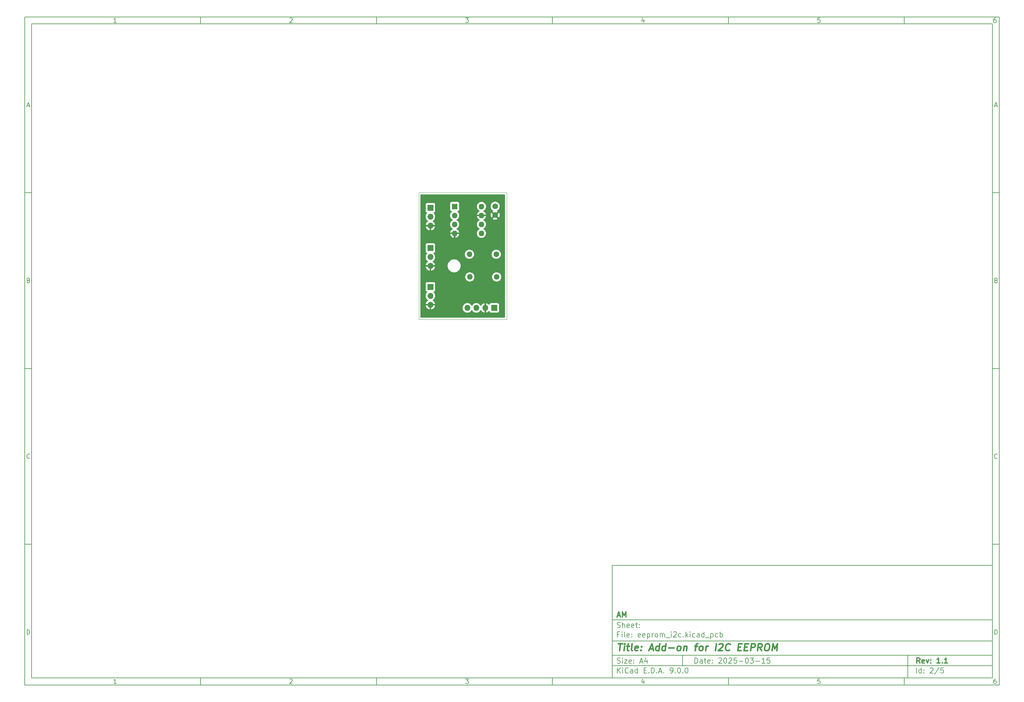
<source format=gbr>
G04 #@! TF.GenerationSoftware,KiCad,Pcbnew,9.0.0*
G04 #@! TF.CreationDate,2025-03-16T20:45:09+01:00*
G04 #@! TF.ProjectId,eeprom_i2c,65657072-6f6d-45f6-9932-632e6b696361,1.1*
G04 #@! TF.SameCoordinates,PX7459280PY5b8d800*
G04 #@! TF.FileFunction,Copper,L2,Bot*
G04 #@! TF.FilePolarity,Positive*
%FSLAX46Y46*%
G04 Gerber Fmt 4.6, Leading zero omitted, Abs format (unit mm)*
G04 Created by KiCad (PCBNEW 9.0.0) date 2025-03-16 20:45:09*
%MOMM*%
%LPD*%
G01*
G04 APERTURE LIST*
%ADD10C,0.100000*%
%ADD11C,0.150000*%
%ADD12C,0.300000*%
%ADD13C,0.400000*%
G04 #@! TA.AperFunction,ComponentPad*
%ADD14C,1.600000*%
G04 #@! TD*
G04 #@! TA.AperFunction,ComponentPad*
%ADD15O,1.600000X1.600000*%
G04 #@! TD*
G04 #@! TA.AperFunction,ComponentPad*
%ADD16R,1.700000X1.700000*%
G04 #@! TD*
G04 #@! TA.AperFunction,ComponentPad*
%ADD17O,1.700000X1.700000*%
G04 #@! TD*
G04 #@! TA.AperFunction,ComponentPad*
%ADD18R,1.600000X1.600000*%
G04 #@! TD*
G04 #@! TA.AperFunction,Profile*
%ADD19C,0.050000*%
G04 #@! TD*
G04 APERTURE END LIST*
D10*
D11*
X55002200Y-70007200D02*
X163002200Y-70007200D01*
X163002200Y-102007200D01*
X55002200Y-102007200D01*
X55002200Y-70007200D01*
D10*
D11*
X-112000000Y86000000D02*
X165002200Y86000000D01*
X165002200Y-104007200D01*
X-112000000Y-104007200D01*
X-112000000Y86000000D01*
D10*
D11*
X-110000000Y84000000D02*
X163002200Y84000000D01*
X163002200Y-102007200D01*
X-110000000Y-102007200D01*
X-110000000Y84000000D01*
D10*
D11*
X-62000000Y84000000D02*
X-62000000Y86000000D01*
D10*
D11*
X-12000000Y84000000D02*
X-12000000Y86000000D01*
D10*
D11*
X38000000Y84000000D02*
X38000000Y86000000D01*
D10*
D11*
X88000000Y84000000D02*
X88000000Y86000000D01*
D10*
D11*
X138000000Y84000000D02*
X138000000Y86000000D01*
D10*
D11*
X-85910840Y84406396D02*
X-86653697Y84406396D01*
X-86282269Y84406396D02*
X-86282269Y85706396D01*
X-86282269Y85706396D02*
X-86406078Y85520681D01*
X-86406078Y85520681D02*
X-86529888Y85396872D01*
X-86529888Y85396872D02*
X-86653697Y85334967D01*
D10*
D11*
X-36653697Y85582586D02*
X-36591793Y85644491D01*
X-36591793Y85644491D02*
X-36467983Y85706396D01*
X-36467983Y85706396D02*
X-36158459Y85706396D01*
X-36158459Y85706396D02*
X-36034650Y85644491D01*
X-36034650Y85644491D02*
X-35972745Y85582586D01*
X-35972745Y85582586D02*
X-35910840Y85458777D01*
X-35910840Y85458777D02*
X-35910840Y85334967D01*
X-35910840Y85334967D02*
X-35972745Y85149253D01*
X-35972745Y85149253D02*
X-36715602Y84406396D01*
X-36715602Y84406396D02*
X-35910840Y84406396D01*
D10*
D11*
X13284398Y85706396D02*
X14089160Y85706396D01*
X14089160Y85706396D02*
X13655826Y85211158D01*
X13655826Y85211158D02*
X13841541Y85211158D01*
X13841541Y85211158D02*
X13965350Y85149253D01*
X13965350Y85149253D02*
X14027255Y85087348D01*
X14027255Y85087348D02*
X14089160Y84963539D01*
X14089160Y84963539D02*
X14089160Y84654015D01*
X14089160Y84654015D02*
X14027255Y84530205D01*
X14027255Y84530205D02*
X13965350Y84468300D01*
X13965350Y84468300D02*
X13841541Y84406396D01*
X13841541Y84406396D02*
X13470112Y84406396D01*
X13470112Y84406396D02*
X13346303Y84468300D01*
X13346303Y84468300D02*
X13284398Y84530205D01*
D10*
D11*
X63965350Y85273062D02*
X63965350Y84406396D01*
X63655826Y85768300D02*
X63346303Y84839729D01*
X63346303Y84839729D02*
X64151064Y84839729D01*
D10*
D11*
X114027255Y85706396D02*
X113408207Y85706396D01*
X113408207Y85706396D02*
X113346303Y85087348D01*
X113346303Y85087348D02*
X113408207Y85149253D01*
X113408207Y85149253D02*
X113532017Y85211158D01*
X113532017Y85211158D02*
X113841541Y85211158D01*
X113841541Y85211158D02*
X113965350Y85149253D01*
X113965350Y85149253D02*
X114027255Y85087348D01*
X114027255Y85087348D02*
X114089160Y84963539D01*
X114089160Y84963539D02*
X114089160Y84654015D01*
X114089160Y84654015D02*
X114027255Y84530205D01*
X114027255Y84530205D02*
X113965350Y84468300D01*
X113965350Y84468300D02*
X113841541Y84406396D01*
X113841541Y84406396D02*
X113532017Y84406396D01*
X113532017Y84406396D02*
X113408207Y84468300D01*
X113408207Y84468300D02*
X113346303Y84530205D01*
D10*
D11*
X163965350Y85706396D02*
X163717731Y85706396D01*
X163717731Y85706396D02*
X163593922Y85644491D01*
X163593922Y85644491D02*
X163532017Y85582586D01*
X163532017Y85582586D02*
X163408207Y85396872D01*
X163408207Y85396872D02*
X163346303Y85149253D01*
X163346303Y85149253D02*
X163346303Y84654015D01*
X163346303Y84654015D02*
X163408207Y84530205D01*
X163408207Y84530205D02*
X163470112Y84468300D01*
X163470112Y84468300D02*
X163593922Y84406396D01*
X163593922Y84406396D02*
X163841541Y84406396D01*
X163841541Y84406396D02*
X163965350Y84468300D01*
X163965350Y84468300D02*
X164027255Y84530205D01*
X164027255Y84530205D02*
X164089160Y84654015D01*
X164089160Y84654015D02*
X164089160Y84963539D01*
X164089160Y84963539D02*
X164027255Y85087348D01*
X164027255Y85087348D02*
X163965350Y85149253D01*
X163965350Y85149253D02*
X163841541Y85211158D01*
X163841541Y85211158D02*
X163593922Y85211158D01*
X163593922Y85211158D02*
X163470112Y85149253D01*
X163470112Y85149253D02*
X163408207Y85087348D01*
X163408207Y85087348D02*
X163346303Y84963539D01*
D10*
D11*
X-62000000Y-102007200D02*
X-62000000Y-104007200D01*
D10*
D11*
X-12000000Y-102007200D02*
X-12000000Y-104007200D01*
D10*
D11*
X38000000Y-102007200D02*
X38000000Y-104007200D01*
D10*
D11*
X88000000Y-102007200D02*
X88000000Y-104007200D01*
D10*
D11*
X138000000Y-102007200D02*
X138000000Y-104007200D01*
D10*
D11*
X-85910840Y-103600804D02*
X-86653697Y-103600804D01*
X-86282269Y-103600804D02*
X-86282269Y-102300804D01*
X-86282269Y-102300804D02*
X-86406078Y-102486519D01*
X-86406078Y-102486519D02*
X-86529888Y-102610328D01*
X-86529888Y-102610328D02*
X-86653697Y-102672233D01*
D10*
D11*
X-36653697Y-102424614D02*
X-36591793Y-102362709D01*
X-36591793Y-102362709D02*
X-36467983Y-102300804D01*
X-36467983Y-102300804D02*
X-36158459Y-102300804D01*
X-36158459Y-102300804D02*
X-36034650Y-102362709D01*
X-36034650Y-102362709D02*
X-35972745Y-102424614D01*
X-35972745Y-102424614D02*
X-35910840Y-102548423D01*
X-35910840Y-102548423D02*
X-35910840Y-102672233D01*
X-35910840Y-102672233D02*
X-35972745Y-102857947D01*
X-35972745Y-102857947D02*
X-36715602Y-103600804D01*
X-36715602Y-103600804D02*
X-35910840Y-103600804D01*
D10*
D11*
X13284398Y-102300804D02*
X14089160Y-102300804D01*
X14089160Y-102300804D02*
X13655826Y-102796042D01*
X13655826Y-102796042D02*
X13841541Y-102796042D01*
X13841541Y-102796042D02*
X13965350Y-102857947D01*
X13965350Y-102857947D02*
X14027255Y-102919852D01*
X14027255Y-102919852D02*
X14089160Y-103043661D01*
X14089160Y-103043661D02*
X14089160Y-103353185D01*
X14089160Y-103353185D02*
X14027255Y-103476995D01*
X14027255Y-103476995D02*
X13965350Y-103538900D01*
X13965350Y-103538900D02*
X13841541Y-103600804D01*
X13841541Y-103600804D02*
X13470112Y-103600804D01*
X13470112Y-103600804D02*
X13346303Y-103538900D01*
X13346303Y-103538900D02*
X13284398Y-103476995D01*
D10*
D11*
X63965350Y-102734138D02*
X63965350Y-103600804D01*
X63655826Y-102238900D02*
X63346303Y-103167471D01*
X63346303Y-103167471D02*
X64151064Y-103167471D01*
D10*
D11*
X114027255Y-102300804D02*
X113408207Y-102300804D01*
X113408207Y-102300804D02*
X113346303Y-102919852D01*
X113346303Y-102919852D02*
X113408207Y-102857947D01*
X113408207Y-102857947D02*
X113532017Y-102796042D01*
X113532017Y-102796042D02*
X113841541Y-102796042D01*
X113841541Y-102796042D02*
X113965350Y-102857947D01*
X113965350Y-102857947D02*
X114027255Y-102919852D01*
X114027255Y-102919852D02*
X114089160Y-103043661D01*
X114089160Y-103043661D02*
X114089160Y-103353185D01*
X114089160Y-103353185D02*
X114027255Y-103476995D01*
X114027255Y-103476995D02*
X113965350Y-103538900D01*
X113965350Y-103538900D02*
X113841541Y-103600804D01*
X113841541Y-103600804D02*
X113532017Y-103600804D01*
X113532017Y-103600804D02*
X113408207Y-103538900D01*
X113408207Y-103538900D02*
X113346303Y-103476995D01*
D10*
D11*
X163965350Y-102300804D02*
X163717731Y-102300804D01*
X163717731Y-102300804D02*
X163593922Y-102362709D01*
X163593922Y-102362709D02*
X163532017Y-102424614D01*
X163532017Y-102424614D02*
X163408207Y-102610328D01*
X163408207Y-102610328D02*
X163346303Y-102857947D01*
X163346303Y-102857947D02*
X163346303Y-103353185D01*
X163346303Y-103353185D02*
X163408207Y-103476995D01*
X163408207Y-103476995D02*
X163470112Y-103538900D01*
X163470112Y-103538900D02*
X163593922Y-103600804D01*
X163593922Y-103600804D02*
X163841541Y-103600804D01*
X163841541Y-103600804D02*
X163965350Y-103538900D01*
X163965350Y-103538900D02*
X164027255Y-103476995D01*
X164027255Y-103476995D02*
X164089160Y-103353185D01*
X164089160Y-103353185D02*
X164089160Y-103043661D01*
X164089160Y-103043661D02*
X164027255Y-102919852D01*
X164027255Y-102919852D02*
X163965350Y-102857947D01*
X163965350Y-102857947D02*
X163841541Y-102796042D01*
X163841541Y-102796042D02*
X163593922Y-102796042D01*
X163593922Y-102796042D02*
X163470112Y-102857947D01*
X163470112Y-102857947D02*
X163408207Y-102919852D01*
X163408207Y-102919852D02*
X163346303Y-103043661D01*
D10*
D11*
X-112000000Y36000000D02*
X-110000000Y36000000D01*
D10*
D11*
X-112000000Y-14000000D02*
X-110000000Y-14000000D01*
D10*
D11*
X-112000000Y-64000000D02*
X-110000000Y-64000000D01*
D10*
D11*
X-111309524Y60777824D02*
X-110690477Y60777824D01*
X-111433334Y60406396D02*
X-111000001Y61706396D01*
X-111000001Y61706396D02*
X-110566667Y60406396D01*
D10*
D11*
X-110907143Y11087348D02*
X-110721429Y11025443D01*
X-110721429Y11025443D02*
X-110659524Y10963539D01*
X-110659524Y10963539D02*
X-110597620Y10839729D01*
X-110597620Y10839729D02*
X-110597620Y10654015D01*
X-110597620Y10654015D02*
X-110659524Y10530205D01*
X-110659524Y10530205D02*
X-110721429Y10468300D01*
X-110721429Y10468300D02*
X-110845239Y10406396D01*
X-110845239Y10406396D02*
X-111340477Y10406396D01*
X-111340477Y10406396D02*
X-111340477Y11706396D01*
X-111340477Y11706396D02*
X-110907143Y11706396D01*
X-110907143Y11706396D02*
X-110783334Y11644491D01*
X-110783334Y11644491D02*
X-110721429Y11582586D01*
X-110721429Y11582586D02*
X-110659524Y11458777D01*
X-110659524Y11458777D02*
X-110659524Y11334967D01*
X-110659524Y11334967D02*
X-110721429Y11211158D01*
X-110721429Y11211158D02*
X-110783334Y11149253D01*
X-110783334Y11149253D02*
X-110907143Y11087348D01*
X-110907143Y11087348D02*
X-111340477Y11087348D01*
D10*
D11*
X-110597620Y-39469795D02*
X-110659524Y-39531700D01*
X-110659524Y-39531700D02*
X-110845239Y-39593604D01*
X-110845239Y-39593604D02*
X-110969048Y-39593604D01*
X-110969048Y-39593604D02*
X-111154762Y-39531700D01*
X-111154762Y-39531700D02*
X-111278572Y-39407890D01*
X-111278572Y-39407890D02*
X-111340477Y-39284080D01*
X-111340477Y-39284080D02*
X-111402381Y-39036461D01*
X-111402381Y-39036461D02*
X-111402381Y-38850747D01*
X-111402381Y-38850747D02*
X-111340477Y-38603128D01*
X-111340477Y-38603128D02*
X-111278572Y-38479319D01*
X-111278572Y-38479319D02*
X-111154762Y-38355509D01*
X-111154762Y-38355509D02*
X-110969048Y-38293604D01*
X-110969048Y-38293604D02*
X-110845239Y-38293604D01*
X-110845239Y-38293604D02*
X-110659524Y-38355509D01*
X-110659524Y-38355509D02*
X-110597620Y-38417414D01*
D10*
D11*
X-111340477Y-89593604D02*
X-111340477Y-88293604D01*
X-111340477Y-88293604D02*
X-111030953Y-88293604D01*
X-111030953Y-88293604D02*
X-110845239Y-88355509D01*
X-110845239Y-88355509D02*
X-110721429Y-88479319D01*
X-110721429Y-88479319D02*
X-110659524Y-88603128D01*
X-110659524Y-88603128D02*
X-110597620Y-88850747D01*
X-110597620Y-88850747D02*
X-110597620Y-89036461D01*
X-110597620Y-89036461D02*
X-110659524Y-89284080D01*
X-110659524Y-89284080D02*
X-110721429Y-89407890D01*
X-110721429Y-89407890D02*
X-110845239Y-89531700D01*
X-110845239Y-89531700D02*
X-111030953Y-89593604D01*
X-111030953Y-89593604D02*
X-111340477Y-89593604D01*
D10*
D11*
X165002200Y36000000D02*
X163002200Y36000000D01*
D10*
D11*
X165002200Y-14000000D02*
X163002200Y-14000000D01*
D10*
D11*
X165002200Y-64000000D02*
X163002200Y-64000000D01*
D10*
D11*
X163692676Y60777824D02*
X164311723Y60777824D01*
X163568866Y60406396D02*
X164002199Y61706396D01*
X164002199Y61706396D02*
X164435533Y60406396D01*
D10*
D11*
X164095057Y11087348D02*
X164280771Y11025443D01*
X164280771Y11025443D02*
X164342676Y10963539D01*
X164342676Y10963539D02*
X164404580Y10839729D01*
X164404580Y10839729D02*
X164404580Y10654015D01*
X164404580Y10654015D02*
X164342676Y10530205D01*
X164342676Y10530205D02*
X164280771Y10468300D01*
X164280771Y10468300D02*
X164156961Y10406396D01*
X164156961Y10406396D02*
X163661723Y10406396D01*
X163661723Y10406396D02*
X163661723Y11706396D01*
X163661723Y11706396D02*
X164095057Y11706396D01*
X164095057Y11706396D02*
X164218866Y11644491D01*
X164218866Y11644491D02*
X164280771Y11582586D01*
X164280771Y11582586D02*
X164342676Y11458777D01*
X164342676Y11458777D02*
X164342676Y11334967D01*
X164342676Y11334967D02*
X164280771Y11211158D01*
X164280771Y11211158D02*
X164218866Y11149253D01*
X164218866Y11149253D02*
X164095057Y11087348D01*
X164095057Y11087348D02*
X163661723Y11087348D01*
D10*
D11*
X164404580Y-39469795D02*
X164342676Y-39531700D01*
X164342676Y-39531700D02*
X164156961Y-39593604D01*
X164156961Y-39593604D02*
X164033152Y-39593604D01*
X164033152Y-39593604D02*
X163847438Y-39531700D01*
X163847438Y-39531700D02*
X163723628Y-39407890D01*
X163723628Y-39407890D02*
X163661723Y-39284080D01*
X163661723Y-39284080D02*
X163599819Y-39036461D01*
X163599819Y-39036461D02*
X163599819Y-38850747D01*
X163599819Y-38850747D02*
X163661723Y-38603128D01*
X163661723Y-38603128D02*
X163723628Y-38479319D01*
X163723628Y-38479319D02*
X163847438Y-38355509D01*
X163847438Y-38355509D02*
X164033152Y-38293604D01*
X164033152Y-38293604D02*
X164156961Y-38293604D01*
X164156961Y-38293604D02*
X164342676Y-38355509D01*
X164342676Y-38355509D02*
X164404580Y-38417414D01*
D10*
D11*
X163661723Y-89593604D02*
X163661723Y-88293604D01*
X163661723Y-88293604D02*
X163971247Y-88293604D01*
X163971247Y-88293604D02*
X164156961Y-88355509D01*
X164156961Y-88355509D02*
X164280771Y-88479319D01*
X164280771Y-88479319D02*
X164342676Y-88603128D01*
X164342676Y-88603128D02*
X164404580Y-88850747D01*
X164404580Y-88850747D02*
X164404580Y-89036461D01*
X164404580Y-89036461D02*
X164342676Y-89284080D01*
X164342676Y-89284080D02*
X164280771Y-89407890D01*
X164280771Y-89407890D02*
X164156961Y-89531700D01*
X164156961Y-89531700D02*
X163971247Y-89593604D01*
X163971247Y-89593604D02*
X163661723Y-89593604D01*
D10*
D11*
X78458026Y-97793328D02*
X78458026Y-96293328D01*
X78458026Y-96293328D02*
X78815169Y-96293328D01*
X78815169Y-96293328D02*
X79029455Y-96364757D01*
X79029455Y-96364757D02*
X79172312Y-96507614D01*
X79172312Y-96507614D02*
X79243741Y-96650471D01*
X79243741Y-96650471D02*
X79315169Y-96936185D01*
X79315169Y-96936185D02*
X79315169Y-97150471D01*
X79315169Y-97150471D02*
X79243741Y-97436185D01*
X79243741Y-97436185D02*
X79172312Y-97579042D01*
X79172312Y-97579042D02*
X79029455Y-97721900D01*
X79029455Y-97721900D02*
X78815169Y-97793328D01*
X78815169Y-97793328D02*
X78458026Y-97793328D01*
X80600884Y-97793328D02*
X80600884Y-97007614D01*
X80600884Y-97007614D02*
X80529455Y-96864757D01*
X80529455Y-96864757D02*
X80386598Y-96793328D01*
X80386598Y-96793328D02*
X80100884Y-96793328D01*
X80100884Y-96793328D02*
X79958026Y-96864757D01*
X80600884Y-97721900D02*
X80458026Y-97793328D01*
X80458026Y-97793328D02*
X80100884Y-97793328D01*
X80100884Y-97793328D02*
X79958026Y-97721900D01*
X79958026Y-97721900D02*
X79886598Y-97579042D01*
X79886598Y-97579042D02*
X79886598Y-97436185D01*
X79886598Y-97436185D02*
X79958026Y-97293328D01*
X79958026Y-97293328D02*
X80100884Y-97221900D01*
X80100884Y-97221900D02*
X80458026Y-97221900D01*
X80458026Y-97221900D02*
X80600884Y-97150471D01*
X81100884Y-96793328D02*
X81672312Y-96793328D01*
X81315169Y-96293328D02*
X81315169Y-97579042D01*
X81315169Y-97579042D02*
X81386598Y-97721900D01*
X81386598Y-97721900D02*
X81529455Y-97793328D01*
X81529455Y-97793328D02*
X81672312Y-97793328D01*
X82743741Y-97721900D02*
X82600884Y-97793328D01*
X82600884Y-97793328D02*
X82315170Y-97793328D01*
X82315170Y-97793328D02*
X82172312Y-97721900D01*
X82172312Y-97721900D02*
X82100884Y-97579042D01*
X82100884Y-97579042D02*
X82100884Y-97007614D01*
X82100884Y-97007614D02*
X82172312Y-96864757D01*
X82172312Y-96864757D02*
X82315170Y-96793328D01*
X82315170Y-96793328D02*
X82600884Y-96793328D01*
X82600884Y-96793328D02*
X82743741Y-96864757D01*
X82743741Y-96864757D02*
X82815170Y-97007614D01*
X82815170Y-97007614D02*
X82815170Y-97150471D01*
X82815170Y-97150471D02*
X82100884Y-97293328D01*
X83458026Y-97650471D02*
X83529455Y-97721900D01*
X83529455Y-97721900D02*
X83458026Y-97793328D01*
X83458026Y-97793328D02*
X83386598Y-97721900D01*
X83386598Y-97721900D02*
X83458026Y-97650471D01*
X83458026Y-97650471D02*
X83458026Y-97793328D01*
X83458026Y-96864757D02*
X83529455Y-96936185D01*
X83529455Y-96936185D02*
X83458026Y-97007614D01*
X83458026Y-97007614D02*
X83386598Y-96936185D01*
X83386598Y-96936185D02*
X83458026Y-96864757D01*
X83458026Y-96864757D02*
X83458026Y-97007614D01*
X85243741Y-96436185D02*
X85315169Y-96364757D01*
X85315169Y-96364757D02*
X85458027Y-96293328D01*
X85458027Y-96293328D02*
X85815169Y-96293328D01*
X85815169Y-96293328D02*
X85958027Y-96364757D01*
X85958027Y-96364757D02*
X86029455Y-96436185D01*
X86029455Y-96436185D02*
X86100884Y-96579042D01*
X86100884Y-96579042D02*
X86100884Y-96721900D01*
X86100884Y-96721900D02*
X86029455Y-96936185D01*
X86029455Y-96936185D02*
X85172312Y-97793328D01*
X85172312Y-97793328D02*
X86100884Y-97793328D01*
X87029455Y-96293328D02*
X87172312Y-96293328D01*
X87172312Y-96293328D02*
X87315169Y-96364757D01*
X87315169Y-96364757D02*
X87386598Y-96436185D01*
X87386598Y-96436185D02*
X87458026Y-96579042D01*
X87458026Y-96579042D02*
X87529455Y-96864757D01*
X87529455Y-96864757D02*
X87529455Y-97221900D01*
X87529455Y-97221900D02*
X87458026Y-97507614D01*
X87458026Y-97507614D02*
X87386598Y-97650471D01*
X87386598Y-97650471D02*
X87315169Y-97721900D01*
X87315169Y-97721900D02*
X87172312Y-97793328D01*
X87172312Y-97793328D02*
X87029455Y-97793328D01*
X87029455Y-97793328D02*
X86886598Y-97721900D01*
X86886598Y-97721900D02*
X86815169Y-97650471D01*
X86815169Y-97650471D02*
X86743740Y-97507614D01*
X86743740Y-97507614D02*
X86672312Y-97221900D01*
X86672312Y-97221900D02*
X86672312Y-96864757D01*
X86672312Y-96864757D02*
X86743740Y-96579042D01*
X86743740Y-96579042D02*
X86815169Y-96436185D01*
X86815169Y-96436185D02*
X86886598Y-96364757D01*
X86886598Y-96364757D02*
X87029455Y-96293328D01*
X88100883Y-96436185D02*
X88172311Y-96364757D01*
X88172311Y-96364757D02*
X88315169Y-96293328D01*
X88315169Y-96293328D02*
X88672311Y-96293328D01*
X88672311Y-96293328D02*
X88815169Y-96364757D01*
X88815169Y-96364757D02*
X88886597Y-96436185D01*
X88886597Y-96436185D02*
X88958026Y-96579042D01*
X88958026Y-96579042D02*
X88958026Y-96721900D01*
X88958026Y-96721900D02*
X88886597Y-96936185D01*
X88886597Y-96936185D02*
X88029454Y-97793328D01*
X88029454Y-97793328D02*
X88958026Y-97793328D01*
X90315168Y-96293328D02*
X89600882Y-96293328D01*
X89600882Y-96293328D02*
X89529454Y-97007614D01*
X89529454Y-97007614D02*
X89600882Y-96936185D01*
X89600882Y-96936185D02*
X89743740Y-96864757D01*
X89743740Y-96864757D02*
X90100882Y-96864757D01*
X90100882Y-96864757D02*
X90243740Y-96936185D01*
X90243740Y-96936185D02*
X90315168Y-97007614D01*
X90315168Y-97007614D02*
X90386597Y-97150471D01*
X90386597Y-97150471D02*
X90386597Y-97507614D01*
X90386597Y-97507614D02*
X90315168Y-97650471D01*
X90315168Y-97650471D02*
X90243740Y-97721900D01*
X90243740Y-97721900D02*
X90100882Y-97793328D01*
X90100882Y-97793328D02*
X89743740Y-97793328D01*
X89743740Y-97793328D02*
X89600882Y-97721900D01*
X89600882Y-97721900D02*
X89529454Y-97650471D01*
X91029453Y-97221900D02*
X92172311Y-97221900D01*
X93172311Y-96293328D02*
X93315168Y-96293328D01*
X93315168Y-96293328D02*
X93458025Y-96364757D01*
X93458025Y-96364757D02*
X93529454Y-96436185D01*
X93529454Y-96436185D02*
X93600882Y-96579042D01*
X93600882Y-96579042D02*
X93672311Y-96864757D01*
X93672311Y-96864757D02*
X93672311Y-97221900D01*
X93672311Y-97221900D02*
X93600882Y-97507614D01*
X93600882Y-97507614D02*
X93529454Y-97650471D01*
X93529454Y-97650471D02*
X93458025Y-97721900D01*
X93458025Y-97721900D02*
X93315168Y-97793328D01*
X93315168Y-97793328D02*
X93172311Y-97793328D01*
X93172311Y-97793328D02*
X93029454Y-97721900D01*
X93029454Y-97721900D02*
X92958025Y-97650471D01*
X92958025Y-97650471D02*
X92886596Y-97507614D01*
X92886596Y-97507614D02*
X92815168Y-97221900D01*
X92815168Y-97221900D02*
X92815168Y-96864757D01*
X92815168Y-96864757D02*
X92886596Y-96579042D01*
X92886596Y-96579042D02*
X92958025Y-96436185D01*
X92958025Y-96436185D02*
X93029454Y-96364757D01*
X93029454Y-96364757D02*
X93172311Y-96293328D01*
X94172310Y-96293328D02*
X95100882Y-96293328D01*
X95100882Y-96293328D02*
X94600882Y-96864757D01*
X94600882Y-96864757D02*
X94815167Y-96864757D01*
X94815167Y-96864757D02*
X94958025Y-96936185D01*
X94958025Y-96936185D02*
X95029453Y-97007614D01*
X95029453Y-97007614D02*
X95100882Y-97150471D01*
X95100882Y-97150471D02*
X95100882Y-97507614D01*
X95100882Y-97507614D02*
X95029453Y-97650471D01*
X95029453Y-97650471D02*
X94958025Y-97721900D01*
X94958025Y-97721900D02*
X94815167Y-97793328D01*
X94815167Y-97793328D02*
X94386596Y-97793328D01*
X94386596Y-97793328D02*
X94243739Y-97721900D01*
X94243739Y-97721900D02*
X94172310Y-97650471D01*
X95743738Y-97221900D02*
X96886596Y-97221900D01*
X98386596Y-97793328D02*
X97529453Y-97793328D01*
X97958024Y-97793328D02*
X97958024Y-96293328D01*
X97958024Y-96293328D02*
X97815167Y-96507614D01*
X97815167Y-96507614D02*
X97672310Y-96650471D01*
X97672310Y-96650471D02*
X97529453Y-96721900D01*
X99743738Y-96293328D02*
X99029452Y-96293328D01*
X99029452Y-96293328D02*
X98958024Y-97007614D01*
X98958024Y-97007614D02*
X99029452Y-96936185D01*
X99029452Y-96936185D02*
X99172310Y-96864757D01*
X99172310Y-96864757D02*
X99529452Y-96864757D01*
X99529452Y-96864757D02*
X99672310Y-96936185D01*
X99672310Y-96936185D02*
X99743738Y-97007614D01*
X99743738Y-97007614D02*
X99815167Y-97150471D01*
X99815167Y-97150471D02*
X99815167Y-97507614D01*
X99815167Y-97507614D02*
X99743738Y-97650471D01*
X99743738Y-97650471D02*
X99672310Y-97721900D01*
X99672310Y-97721900D02*
X99529452Y-97793328D01*
X99529452Y-97793328D02*
X99172310Y-97793328D01*
X99172310Y-97793328D02*
X99029452Y-97721900D01*
X99029452Y-97721900D02*
X98958024Y-97650471D01*
D10*
D11*
X55002200Y-98507200D02*
X163002200Y-98507200D01*
D10*
D11*
X56458026Y-100593328D02*
X56458026Y-99093328D01*
X57315169Y-100593328D02*
X56672312Y-99736185D01*
X57315169Y-99093328D02*
X56458026Y-99950471D01*
X57958026Y-100593328D02*
X57958026Y-99593328D01*
X57958026Y-99093328D02*
X57886598Y-99164757D01*
X57886598Y-99164757D02*
X57958026Y-99236185D01*
X57958026Y-99236185D02*
X58029455Y-99164757D01*
X58029455Y-99164757D02*
X57958026Y-99093328D01*
X57958026Y-99093328D02*
X57958026Y-99236185D01*
X59529455Y-100450471D02*
X59458027Y-100521900D01*
X59458027Y-100521900D02*
X59243741Y-100593328D01*
X59243741Y-100593328D02*
X59100884Y-100593328D01*
X59100884Y-100593328D02*
X58886598Y-100521900D01*
X58886598Y-100521900D02*
X58743741Y-100379042D01*
X58743741Y-100379042D02*
X58672312Y-100236185D01*
X58672312Y-100236185D02*
X58600884Y-99950471D01*
X58600884Y-99950471D02*
X58600884Y-99736185D01*
X58600884Y-99736185D02*
X58672312Y-99450471D01*
X58672312Y-99450471D02*
X58743741Y-99307614D01*
X58743741Y-99307614D02*
X58886598Y-99164757D01*
X58886598Y-99164757D02*
X59100884Y-99093328D01*
X59100884Y-99093328D02*
X59243741Y-99093328D01*
X59243741Y-99093328D02*
X59458027Y-99164757D01*
X59458027Y-99164757D02*
X59529455Y-99236185D01*
X60815170Y-100593328D02*
X60815170Y-99807614D01*
X60815170Y-99807614D02*
X60743741Y-99664757D01*
X60743741Y-99664757D02*
X60600884Y-99593328D01*
X60600884Y-99593328D02*
X60315170Y-99593328D01*
X60315170Y-99593328D02*
X60172312Y-99664757D01*
X60815170Y-100521900D02*
X60672312Y-100593328D01*
X60672312Y-100593328D02*
X60315170Y-100593328D01*
X60315170Y-100593328D02*
X60172312Y-100521900D01*
X60172312Y-100521900D02*
X60100884Y-100379042D01*
X60100884Y-100379042D02*
X60100884Y-100236185D01*
X60100884Y-100236185D02*
X60172312Y-100093328D01*
X60172312Y-100093328D02*
X60315170Y-100021900D01*
X60315170Y-100021900D02*
X60672312Y-100021900D01*
X60672312Y-100021900D02*
X60815170Y-99950471D01*
X62172313Y-100593328D02*
X62172313Y-99093328D01*
X62172313Y-100521900D02*
X62029455Y-100593328D01*
X62029455Y-100593328D02*
X61743741Y-100593328D01*
X61743741Y-100593328D02*
X61600884Y-100521900D01*
X61600884Y-100521900D02*
X61529455Y-100450471D01*
X61529455Y-100450471D02*
X61458027Y-100307614D01*
X61458027Y-100307614D02*
X61458027Y-99879042D01*
X61458027Y-99879042D02*
X61529455Y-99736185D01*
X61529455Y-99736185D02*
X61600884Y-99664757D01*
X61600884Y-99664757D02*
X61743741Y-99593328D01*
X61743741Y-99593328D02*
X62029455Y-99593328D01*
X62029455Y-99593328D02*
X62172313Y-99664757D01*
X64029455Y-99807614D02*
X64529455Y-99807614D01*
X64743741Y-100593328D02*
X64029455Y-100593328D01*
X64029455Y-100593328D02*
X64029455Y-99093328D01*
X64029455Y-99093328D02*
X64743741Y-99093328D01*
X65386598Y-100450471D02*
X65458027Y-100521900D01*
X65458027Y-100521900D02*
X65386598Y-100593328D01*
X65386598Y-100593328D02*
X65315170Y-100521900D01*
X65315170Y-100521900D02*
X65386598Y-100450471D01*
X65386598Y-100450471D02*
X65386598Y-100593328D01*
X66100884Y-100593328D02*
X66100884Y-99093328D01*
X66100884Y-99093328D02*
X66458027Y-99093328D01*
X66458027Y-99093328D02*
X66672313Y-99164757D01*
X66672313Y-99164757D02*
X66815170Y-99307614D01*
X66815170Y-99307614D02*
X66886599Y-99450471D01*
X66886599Y-99450471D02*
X66958027Y-99736185D01*
X66958027Y-99736185D02*
X66958027Y-99950471D01*
X66958027Y-99950471D02*
X66886599Y-100236185D01*
X66886599Y-100236185D02*
X66815170Y-100379042D01*
X66815170Y-100379042D02*
X66672313Y-100521900D01*
X66672313Y-100521900D02*
X66458027Y-100593328D01*
X66458027Y-100593328D02*
X66100884Y-100593328D01*
X67600884Y-100450471D02*
X67672313Y-100521900D01*
X67672313Y-100521900D02*
X67600884Y-100593328D01*
X67600884Y-100593328D02*
X67529456Y-100521900D01*
X67529456Y-100521900D02*
X67600884Y-100450471D01*
X67600884Y-100450471D02*
X67600884Y-100593328D01*
X68243742Y-100164757D02*
X68958028Y-100164757D01*
X68100885Y-100593328D02*
X68600885Y-99093328D01*
X68600885Y-99093328D02*
X69100885Y-100593328D01*
X69600884Y-100450471D02*
X69672313Y-100521900D01*
X69672313Y-100521900D02*
X69600884Y-100593328D01*
X69600884Y-100593328D02*
X69529456Y-100521900D01*
X69529456Y-100521900D02*
X69600884Y-100450471D01*
X69600884Y-100450471D02*
X69600884Y-100593328D01*
X71529456Y-100593328D02*
X71815170Y-100593328D01*
X71815170Y-100593328D02*
X71958027Y-100521900D01*
X71958027Y-100521900D02*
X72029456Y-100450471D01*
X72029456Y-100450471D02*
X72172313Y-100236185D01*
X72172313Y-100236185D02*
X72243742Y-99950471D01*
X72243742Y-99950471D02*
X72243742Y-99379042D01*
X72243742Y-99379042D02*
X72172313Y-99236185D01*
X72172313Y-99236185D02*
X72100885Y-99164757D01*
X72100885Y-99164757D02*
X71958027Y-99093328D01*
X71958027Y-99093328D02*
X71672313Y-99093328D01*
X71672313Y-99093328D02*
X71529456Y-99164757D01*
X71529456Y-99164757D02*
X71458027Y-99236185D01*
X71458027Y-99236185D02*
X71386599Y-99379042D01*
X71386599Y-99379042D02*
X71386599Y-99736185D01*
X71386599Y-99736185D02*
X71458027Y-99879042D01*
X71458027Y-99879042D02*
X71529456Y-99950471D01*
X71529456Y-99950471D02*
X71672313Y-100021900D01*
X71672313Y-100021900D02*
X71958027Y-100021900D01*
X71958027Y-100021900D02*
X72100885Y-99950471D01*
X72100885Y-99950471D02*
X72172313Y-99879042D01*
X72172313Y-99879042D02*
X72243742Y-99736185D01*
X72886598Y-100450471D02*
X72958027Y-100521900D01*
X72958027Y-100521900D02*
X72886598Y-100593328D01*
X72886598Y-100593328D02*
X72815170Y-100521900D01*
X72815170Y-100521900D02*
X72886598Y-100450471D01*
X72886598Y-100450471D02*
X72886598Y-100593328D01*
X73886599Y-99093328D02*
X74029456Y-99093328D01*
X74029456Y-99093328D02*
X74172313Y-99164757D01*
X74172313Y-99164757D02*
X74243742Y-99236185D01*
X74243742Y-99236185D02*
X74315170Y-99379042D01*
X74315170Y-99379042D02*
X74386599Y-99664757D01*
X74386599Y-99664757D02*
X74386599Y-100021900D01*
X74386599Y-100021900D02*
X74315170Y-100307614D01*
X74315170Y-100307614D02*
X74243742Y-100450471D01*
X74243742Y-100450471D02*
X74172313Y-100521900D01*
X74172313Y-100521900D02*
X74029456Y-100593328D01*
X74029456Y-100593328D02*
X73886599Y-100593328D01*
X73886599Y-100593328D02*
X73743742Y-100521900D01*
X73743742Y-100521900D02*
X73672313Y-100450471D01*
X73672313Y-100450471D02*
X73600884Y-100307614D01*
X73600884Y-100307614D02*
X73529456Y-100021900D01*
X73529456Y-100021900D02*
X73529456Y-99664757D01*
X73529456Y-99664757D02*
X73600884Y-99379042D01*
X73600884Y-99379042D02*
X73672313Y-99236185D01*
X73672313Y-99236185D02*
X73743742Y-99164757D01*
X73743742Y-99164757D02*
X73886599Y-99093328D01*
X75029455Y-100450471D02*
X75100884Y-100521900D01*
X75100884Y-100521900D02*
X75029455Y-100593328D01*
X75029455Y-100593328D02*
X74958027Y-100521900D01*
X74958027Y-100521900D02*
X75029455Y-100450471D01*
X75029455Y-100450471D02*
X75029455Y-100593328D01*
X76029456Y-99093328D02*
X76172313Y-99093328D01*
X76172313Y-99093328D02*
X76315170Y-99164757D01*
X76315170Y-99164757D02*
X76386599Y-99236185D01*
X76386599Y-99236185D02*
X76458027Y-99379042D01*
X76458027Y-99379042D02*
X76529456Y-99664757D01*
X76529456Y-99664757D02*
X76529456Y-100021900D01*
X76529456Y-100021900D02*
X76458027Y-100307614D01*
X76458027Y-100307614D02*
X76386599Y-100450471D01*
X76386599Y-100450471D02*
X76315170Y-100521900D01*
X76315170Y-100521900D02*
X76172313Y-100593328D01*
X76172313Y-100593328D02*
X76029456Y-100593328D01*
X76029456Y-100593328D02*
X75886599Y-100521900D01*
X75886599Y-100521900D02*
X75815170Y-100450471D01*
X75815170Y-100450471D02*
X75743741Y-100307614D01*
X75743741Y-100307614D02*
X75672313Y-100021900D01*
X75672313Y-100021900D02*
X75672313Y-99664757D01*
X75672313Y-99664757D02*
X75743741Y-99379042D01*
X75743741Y-99379042D02*
X75815170Y-99236185D01*
X75815170Y-99236185D02*
X75886599Y-99164757D01*
X75886599Y-99164757D02*
X76029456Y-99093328D01*
D10*
D11*
X55002200Y-95507200D02*
X163002200Y-95507200D01*
D10*
D12*
X142413853Y-97785528D02*
X141913853Y-97071242D01*
X141556710Y-97785528D02*
X141556710Y-96285528D01*
X141556710Y-96285528D02*
X142128139Y-96285528D01*
X142128139Y-96285528D02*
X142270996Y-96356957D01*
X142270996Y-96356957D02*
X142342425Y-96428385D01*
X142342425Y-96428385D02*
X142413853Y-96571242D01*
X142413853Y-96571242D02*
X142413853Y-96785528D01*
X142413853Y-96785528D02*
X142342425Y-96928385D01*
X142342425Y-96928385D02*
X142270996Y-96999814D01*
X142270996Y-96999814D02*
X142128139Y-97071242D01*
X142128139Y-97071242D02*
X141556710Y-97071242D01*
X143628139Y-97714100D02*
X143485282Y-97785528D01*
X143485282Y-97785528D02*
X143199568Y-97785528D01*
X143199568Y-97785528D02*
X143056710Y-97714100D01*
X143056710Y-97714100D02*
X142985282Y-97571242D01*
X142985282Y-97571242D02*
X142985282Y-96999814D01*
X142985282Y-96999814D02*
X143056710Y-96856957D01*
X143056710Y-96856957D02*
X143199568Y-96785528D01*
X143199568Y-96785528D02*
X143485282Y-96785528D01*
X143485282Y-96785528D02*
X143628139Y-96856957D01*
X143628139Y-96856957D02*
X143699568Y-96999814D01*
X143699568Y-96999814D02*
X143699568Y-97142671D01*
X143699568Y-97142671D02*
X142985282Y-97285528D01*
X144199567Y-96785528D02*
X144556710Y-97785528D01*
X144556710Y-97785528D02*
X144913853Y-96785528D01*
X145485281Y-97642671D02*
X145556710Y-97714100D01*
X145556710Y-97714100D02*
X145485281Y-97785528D01*
X145485281Y-97785528D02*
X145413853Y-97714100D01*
X145413853Y-97714100D02*
X145485281Y-97642671D01*
X145485281Y-97642671D02*
X145485281Y-97785528D01*
X145485281Y-96856957D02*
X145556710Y-96928385D01*
X145556710Y-96928385D02*
X145485281Y-96999814D01*
X145485281Y-96999814D02*
X145413853Y-96928385D01*
X145413853Y-96928385D02*
X145485281Y-96856957D01*
X145485281Y-96856957D02*
X145485281Y-96999814D01*
X148128139Y-97785528D02*
X147270996Y-97785528D01*
X147699567Y-97785528D02*
X147699567Y-96285528D01*
X147699567Y-96285528D02*
X147556710Y-96499814D01*
X147556710Y-96499814D02*
X147413853Y-96642671D01*
X147413853Y-96642671D02*
X147270996Y-96714100D01*
X148770995Y-97642671D02*
X148842424Y-97714100D01*
X148842424Y-97714100D02*
X148770995Y-97785528D01*
X148770995Y-97785528D02*
X148699567Y-97714100D01*
X148699567Y-97714100D02*
X148770995Y-97642671D01*
X148770995Y-97642671D02*
X148770995Y-97785528D01*
X150270996Y-97785528D02*
X149413853Y-97785528D01*
X149842424Y-97785528D02*
X149842424Y-96285528D01*
X149842424Y-96285528D02*
X149699567Y-96499814D01*
X149699567Y-96499814D02*
X149556710Y-96642671D01*
X149556710Y-96642671D02*
X149413853Y-96714100D01*
D10*
D11*
X56386598Y-97721900D02*
X56600884Y-97793328D01*
X56600884Y-97793328D02*
X56958026Y-97793328D01*
X56958026Y-97793328D02*
X57100884Y-97721900D01*
X57100884Y-97721900D02*
X57172312Y-97650471D01*
X57172312Y-97650471D02*
X57243741Y-97507614D01*
X57243741Y-97507614D02*
X57243741Y-97364757D01*
X57243741Y-97364757D02*
X57172312Y-97221900D01*
X57172312Y-97221900D02*
X57100884Y-97150471D01*
X57100884Y-97150471D02*
X56958026Y-97079042D01*
X56958026Y-97079042D02*
X56672312Y-97007614D01*
X56672312Y-97007614D02*
X56529455Y-96936185D01*
X56529455Y-96936185D02*
X56458026Y-96864757D01*
X56458026Y-96864757D02*
X56386598Y-96721900D01*
X56386598Y-96721900D02*
X56386598Y-96579042D01*
X56386598Y-96579042D02*
X56458026Y-96436185D01*
X56458026Y-96436185D02*
X56529455Y-96364757D01*
X56529455Y-96364757D02*
X56672312Y-96293328D01*
X56672312Y-96293328D02*
X57029455Y-96293328D01*
X57029455Y-96293328D02*
X57243741Y-96364757D01*
X57886597Y-97793328D02*
X57886597Y-96793328D01*
X57886597Y-96293328D02*
X57815169Y-96364757D01*
X57815169Y-96364757D02*
X57886597Y-96436185D01*
X57886597Y-96436185D02*
X57958026Y-96364757D01*
X57958026Y-96364757D02*
X57886597Y-96293328D01*
X57886597Y-96293328D02*
X57886597Y-96436185D01*
X58458026Y-96793328D02*
X59243741Y-96793328D01*
X59243741Y-96793328D02*
X58458026Y-97793328D01*
X58458026Y-97793328D02*
X59243741Y-97793328D01*
X60386598Y-97721900D02*
X60243741Y-97793328D01*
X60243741Y-97793328D02*
X59958027Y-97793328D01*
X59958027Y-97793328D02*
X59815169Y-97721900D01*
X59815169Y-97721900D02*
X59743741Y-97579042D01*
X59743741Y-97579042D02*
X59743741Y-97007614D01*
X59743741Y-97007614D02*
X59815169Y-96864757D01*
X59815169Y-96864757D02*
X59958027Y-96793328D01*
X59958027Y-96793328D02*
X60243741Y-96793328D01*
X60243741Y-96793328D02*
X60386598Y-96864757D01*
X60386598Y-96864757D02*
X60458027Y-97007614D01*
X60458027Y-97007614D02*
X60458027Y-97150471D01*
X60458027Y-97150471D02*
X59743741Y-97293328D01*
X61100883Y-97650471D02*
X61172312Y-97721900D01*
X61172312Y-97721900D02*
X61100883Y-97793328D01*
X61100883Y-97793328D02*
X61029455Y-97721900D01*
X61029455Y-97721900D02*
X61100883Y-97650471D01*
X61100883Y-97650471D02*
X61100883Y-97793328D01*
X61100883Y-96864757D02*
X61172312Y-96936185D01*
X61172312Y-96936185D02*
X61100883Y-97007614D01*
X61100883Y-97007614D02*
X61029455Y-96936185D01*
X61029455Y-96936185D02*
X61100883Y-96864757D01*
X61100883Y-96864757D02*
X61100883Y-97007614D01*
X62886598Y-97364757D02*
X63600884Y-97364757D01*
X62743741Y-97793328D02*
X63243741Y-96293328D01*
X63243741Y-96293328D02*
X63743741Y-97793328D01*
X64886598Y-96793328D02*
X64886598Y-97793328D01*
X64529455Y-96221900D02*
X64172312Y-97293328D01*
X64172312Y-97293328D02*
X65100883Y-97293328D01*
D10*
D11*
X141458026Y-100593328D02*
X141458026Y-99093328D01*
X142815170Y-100593328D02*
X142815170Y-99093328D01*
X142815170Y-100521900D02*
X142672312Y-100593328D01*
X142672312Y-100593328D02*
X142386598Y-100593328D01*
X142386598Y-100593328D02*
X142243741Y-100521900D01*
X142243741Y-100521900D02*
X142172312Y-100450471D01*
X142172312Y-100450471D02*
X142100884Y-100307614D01*
X142100884Y-100307614D02*
X142100884Y-99879042D01*
X142100884Y-99879042D02*
X142172312Y-99736185D01*
X142172312Y-99736185D02*
X142243741Y-99664757D01*
X142243741Y-99664757D02*
X142386598Y-99593328D01*
X142386598Y-99593328D02*
X142672312Y-99593328D01*
X142672312Y-99593328D02*
X142815170Y-99664757D01*
X143529455Y-100450471D02*
X143600884Y-100521900D01*
X143600884Y-100521900D02*
X143529455Y-100593328D01*
X143529455Y-100593328D02*
X143458027Y-100521900D01*
X143458027Y-100521900D02*
X143529455Y-100450471D01*
X143529455Y-100450471D02*
X143529455Y-100593328D01*
X143529455Y-99664757D02*
X143600884Y-99736185D01*
X143600884Y-99736185D02*
X143529455Y-99807614D01*
X143529455Y-99807614D02*
X143458027Y-99736185D01*
X143458027Y-99736185D02*
X143529455Y-99664757D01*
X143529455Y-99664757D02*
X143529455Y-99807614D01*
X145315170Y-99236185D02*
X145386598Y-99164757D01*
X145386598Y-99164757D02*
X145529456Y-99093328D01*
X145529456Y-99093328D02*
X145886598Y-99093328D01*
X145886598Y-99093328D02*
X146029456Y-99164757D01*
X146029456Y-99164757D02*
X146100884Y-99236185D01*
X146100884Y-99236185D02*
X146172313Y-99379042D01*
X146172313Y-99379042D02*
X146172313Y-99521900D01*
X146172313Y-99521900D02*
X146100884Y-99736185D01*
X146100884Y-99736185D02*
X145243741Y-100593328D01*
X145243741Y-100593328D02*
X146172313Y-100593328D01*
X147886598Y-99021900D02*
X146600884Y-100950471D01*
X149100884Y-99093328D02*
X148386598Y-99093328D01*
X148386598Y-99093328D02*
X148315170Y-99807614D01*
X148315170Y-99807614D02*
X148386598Y-99736185D01*
X148386598Y-99736185D02*
X148529456Y-99664757D01*
X148529456Y-99664757D02*
X148886598Y-99664757D01*
X148886598Y-99664757D02*
X149029456Y-99736185D01*
X149029456Y-99736185D02*
X149100884Y-99807614D01*
X149100884Y-99807614D02*
X149172313Y-99950471D01*
X149172313Y-99950471D02*
X149172313Y-100307614D01*
X149172313Y-100307614D02*
X149100884Y-100450471D01*
X149100884Y-100450471D02*
X149029456Y-100521900D01*
X149029456Y-100521900D02*
X148886598Y-100593328D01*
X148886598Y-100593328D02*
X148529456Y-100593328D01*
X148529456Y-100593328D02*
X148386598Y-100521900D01*
X148386598Y-100521900D02*
X148315170Y-100450471D01*
D10*
D11*
X55002200Y-91507200D02*
X163002200Y-91507200D01*
D10*
D13*
X56693928Y-92211638D02*
X57836785Y-92211638D01*
X57015357Y-94211638D02*
X57265357Y-92211638D01*
X58253452Y-94211638D02*
X58420119Y-92878304D01*
X58503452Y-92211638D02*
X58396309Y-92306876D01*
X58396309Y-92306876D02*
X58479643Y-92402114D01*
X58479643Y-92402114D02*
X58586786Y-92306876D01*
X58586786Y-92306876D02*
X58503452Y-92211638D01*
X58503452Y-92211638D02*
X58479643Y-92402114D01*
X59086786Y-92878304D02*
X59848690Y-92878304D01*
X59455833Y-92211638D02*
X59241548Y-93925923D01*
X59241548Y-93925923D02*
X59312976Y-94116400D01*
X59312976Y-94116400D02*
X59491548Y-94211638D01*
X59491548Y-94211638D02*
X59682024Y-94211638D01*
X60634405Y-94211638D02*
X60455833Y-94116400D01*
X60455833Y-94116400D02*
X60384405Y-93925923D01*
X60384405Y-93925923D02*
X60598690Y-92211638D01*
X62170119Y-94116400D02*
X61967738Y-94211638D01*
X61967738Y-94211638D02*
X61586785Y-94211638D01*
X61586785Y-94211638D02*
X61408214Y-94116400D01*
X61408214Y-94116400D02*
X61336785Y-93925923D01*
X61336785Y-93925923D02*
X61432024Y-93164019D01*
X61432024Y-93164019D02*
X61551071Y-92973542D01*
X61551071Y-92973542D02*
X61753452Y-92878304D01*
X61753452Y-92878304D02*
X62134404Y-92878304D01*
X62134404Y-92878304D02*
X62312976Y-92973542D01*
X62312976Y-92973542D02*
X62384404Y-93164019D01*
X62384404Y-93164019D02*
X62360595Y-93354495D01*
X62360595Y-93354495D02*
X61384404Y-93544971D01*
X63134405Y-94021161D02*
X63217738Y-94116400D01*
X63217738Y-94116400D02*
X63110595Y-94211638D01*
X63110595Y-94211638D02*
X63027262Y-94116400D01*
X63027262Y-94116400D02*
X63134405Y-94021161D01*
X63134405Y-94021161D02*
X63110595Y-94211638D01*
X63265357Y-92973542D02*
X63348690Y-93068780D01*
X63348690Y-93068780D02*
X63241548Y-93164019D01*
X63241548Y-93164019D02*
X63158214Y-93068780D01*
X63158214Y-93068780D02*
X63265357Y-92973542D01*
X63265357Y-92973542D02*
X63241548Y-93164019D01*
X65562977Y-93640209D02*
X66515358Y-93640209D01*
X65301072Y-94211638D02*
X66217739Y-92211638D01*
X66217739Y-92211638D02*
X66634405Y-94211638D01*
X68158215Y-94211638D02*
X68408215Y-92211638D01*
X68170120Y-94116400D02*
X67967739Y-94211638D01*
X67967739Y-94211638D02*
X67586787Y-94211638D01*
X67586787Y-94211638D02*
X67408215Y-94116400D01*
X67408215Y-94116400D02*
X67324882Y-94021161D01*
X67324882Y-94021161D02*
X67253453Y-93830685D01*
X67253453Y-93830685D02*
X67324882Y-93259257D01*
X67324882Y-93259257D02*
X67443929Y-93068780D01*
X67443929Y-93068780D02*
X67551072Y-92973542D01*
X67551072Y-92973542D02*
X67753453Y-92878304D01*
X67753453Y-92878304D02*
X68134406Y-92878304D01*
X68134406Y-92878304D02*
X68312977Y-92973542D01*
X69967739Y-94211638D02*
X70217739Y-92211638D01*
X69979644Y-94116400D02*
X69777263Y-94211638D01*
X69777263Y-94211638D02*
X69396311Y-94211638D01*
X69396311Y-94211638D02*
X69217739Y-94116400D01*
X69217739Y-94116400D02*
X69134406Y-94021161D01*
X69134406Y-94021161D02*
X69062977Y-93830685D01*
X69062977Y-93830685D02*
X69134406Y-93259257D01*
X69134406Y-93259257D02*
X69253453Y-93068780D01*
X69253453Y-93068780D02*
X69360596Y-92973542D01*
X69360596Y-92973542D02*
X69562977Y-92878304D01*
X69562977Y-92878304D02*
X69943930Y-92878304D01*
X69943930Y-92878304D02*
X70122501Y-92973542D01*
X71015358Y-93449733D02*
X72539168Y-93449733D01*
X73682025Y-94211638D02*
X73503453Y-94116400D01*
X73503453Y-94116400D02*
X73420120Y-94021161D01*
X73420120Y-94021161D02*
X73348691Y-93830685D01*
X73348691Y-93830685D02*
X73420120Y-93259257D01*
X73420120Y-93259257D02*
X73539167Y-93068780D01*
X73539167Y-93068780D02*
X73646310Y-92973542D01*
X73646310Y-92973542D02*
X73848691Y-92878304D01*
X73848691Y-92878304D02*
X74134405Y-92878304D01*
X74134405Y-92878304D02*
X74312977Y-92973542D01*
X74312977Y-92973542D02*
X74396310Y-93068780D01*
X74396310Y-93068780D02*
X74467739Y-93259257D01*
X74467739Y-93259257D02*
X74396310Y-93830685D01*
X74396310Y-93830685D02*
X74277263Y-94021161D01*
X74277263Y-94021161D02*
X74170120Y-94116400D01*
X74170120Y-94116400D02*
X73967739Y-94211638D01*
X73967739Y-94211638D02*
X73682025Y-94211638D01*
X75372501Y-92878304D02*
X75205834Y-94211638D01*
X75348691Y-93068780D02*
X75455834Y-92973542D01*
X75455834Y-92973542D02*
X75658215Y-92878304D01*
X75658215Y-92878304D02*
X75943929Y-92878304D01*
X75943929Y-92878304D02*
X76122501Y-92973542D01*
X76122501Y-92973542D02*
X76193929Y-93164019D01*
X76193929Y-93164019D02*
X76062977Y-94211638D01*
X78420121Y-92878304D02*
X79182025Y-92878304D01*
X78539168Y-94211638D02*
X78753454Y-92497352D01*
X78753454Y-92497352D02*
X78872502Y-92306876D01*
X78872502Y-92306876D02*
X79074883Y-92211638D01*
X79074883Y-92211638D02*
X79265359Y-92211638D01*
X79967740Y-94211638D02*
X79789168Y-94116400D01*
X79789168Y-94116400D02*
X79705835Y-94021161D01*
X79705835Y-94021161D02*
X79634406Y-93830685D01*
X79634406Y-93830685D02*
X79705835Y-93259257D01*
X79705835Y-93259257D02*
X79824882Y-93068780D01*
X79824882Y-93068780D02*
X79932025Y-92973542D01*
X79932025Y-92973542D02*
X80134406Y-92878304D01*
X80134406Y-92878304D02*
X80420120Y-92878304D01*
X80420120Y-92878304D02*
X80598692Y-92973542D01*
X80598692Y-92973542D02*
X80682025Y-93068780D01*
X80682025Y-93068780D02*
X80753454Y-93259257D01*
X80753454Y-93259257D02*
X80682025Y-93830685D01*
X80682025Y-93830685D02*
X80562978Y-94021161D01*
X80562978Y-94021161D02*
X80455835Y-94116400D01*
X80455835Y-94116400D02*
X80253454Y-94211638D01*
X80253454Y-94211638D02*
X79967740Y-94211638D01*
X81491549Y-94211638D02*
X81658216Y-92878304D01*
X81610597Y-93259257D02*
X81729644Y-93068780D01*
X81729644Y-93068780D02*
X81836787Y-92973542D01*
X81836787Y-92973542D02*
X82039168Y-92878304D01*
X82039168Y-92878304D02*
X82229644Y-92878304D01*
X84253454Y-94211638D02*
X84503454Y-92211638D01*
X85336788Y-92402114D02*
X85443930Y-92306876D01*
X85443930Y-92306876D02*
X85646311Y-92211638D01*
X85646311Y-92211638D02*
X86122502Y-92211638D01*
X86122502Y-92211638D02*
X86301073Y-92306876D01*
X86301073Y-92306876D02*
X86384407Y-92402114D01*
X86384407Y-92402114D02*
X86455835Y-92592590D01*
X86455835Y-92592590D02*
X86432026Y-92783066D01*
X86432026Y-92783066D02*
X86301073Y-93068780D01*
X86301073Y-93068780D02*
X85015359Y-94211638D01*
X85015359Y-94211638D02*
X86253454Y-94211638D01*
X88277264Y-94021161D02*
X88170121Y-94116400D01*
X88170121Y-94116400D02*
X87872502Y-94211638D01*
X87872502Y-94211638D02*
X87682026Y-94211638D01*
X87682026Y-94211638D02*
X87408216Y-94116400D01*
X87408216Y-94116400D02*
X87241550Y-93925923D01*
X87241550Y-93925923D02*
X87170121Y-93735447D01*
X87170121Y-93735447D02*
X87122502Y-93354495D01*
X87122502Y-93354495D02*
X87158216Y-93068780D01*
X87158216Y-93068780D02*
X87301073Y-92687828D01*
X87301073Y-92687828D02*
X87420121Y-92497352D01*
X87420121Y-92497352D02*
X87634407Y-92306876D01*
X87634407Y-92306876D02*
X87932026Y-92211638D01*
X87932026Y-92211638D02*
X88122502Y-92211638D01*
X88122502Y-92211638D02*
X88396312Y-92306876D01*
X88396312Y-92306876D02*
X88479645Y-92402114D01*
X90765360Y-93164019D02*
X91432026Y-93164019D01*
X91586788Y-94211638D02*
X90634407Y-94211638D01*
X90634407Y-94211638D02*
X90884407Y-92211638D01*
X90884407Y-92211638D02*
X91836788Y-92211638D01*
X92574884Y-93164019D02*
X93241550Y-93164019D01*
X93396312Y-94211638D02*
X92443931Y-94211638D01*
X92443931Y-94211638D02*
X92693931Y-92211638D01*
X92693931Y-92211638D02*
X93646312Y-92211638D01*
X94253455Y-94211638D02*
X94503455Y-92211638D01*
X94503455Y-92211638D02*
X95265360Y-92211638D01*
X95265360Y-92211638D02*
X95443931Y-92306876D01*
X95443931Y-92306876D02*
X95527265Y-92402114D01*
X95527265Y-92402114D02*
X95598693Y-92592590D01*
X95598693Y-92592590D02*
X95562979Y-92878304D01*
X95562979Y-92878304D02*
X95443931Y-93068780D01*
X95443931Y-93068780D02*
X95336789Y-93164019D01*
X95336789Y-93164019D02*
X95134408Y-93259257D01*
X95134408Y-93259257D02*
X94372503Y-93259257D01*
X97396312Y-94211638D02*
X96848693Y-93259257D01*
X96253455Y-94211638D02*
X96503455Y-92211638D01*
X96503455Y-92211638D02*
X97265360Y-92211638D01*
X97265360Y-92211638D02*
X97443931Y-92306876D01*
X97443931Y-92306876D02*
X97527265Y-92402114D01*
X97527265Y-92402114D02*
X97598693Y-92592590D01*
X97598693Y-92592590D02*
X97562979Y-92878304D01*
X97562979Y-92878304D02*
X97443931Y-93068780D01*
X97443931Y-93068780D02*
X97336789Y-93164019D01*
X97336789Y-93164019D02*
X97134408Y-93259257D01*
X97134408Y-93259257D02*
X96372503Y-93259257D01*
X98884408Y-92211638D02*
X99265360Y-92211638D01*
X99265360Y-92211638D02*
X99443931Y-92306876D01*
X99443931Y-92306876D02*
X99610598Y-92497352D01*
X99610598Y-92497352D02*
X99658217Y-92878304D01*
X99658217Y-92878304D02*
X99574884Y-93544971D01*
X99574884Y-93544971D02*
X99432027Y-93925923D01*
X99432027Y-93925923D02*
X99217741Y-94116400D01*
X99217741Y-94116400D02*
X99015360Y-94211638D01*
X99015360Y-94211638D02*
X98634408Y-94211638D01*
X98634408Y-94211638D02*
X98455836Y-94116400D01*
X98455836Y-94116400D02*
X98289170Y-93925923D01*
X98289170Y-93925923D02*
X98241550Y-93544971D01*
X98241550Y-93544971D02*
X98324884Y-92878304D01*
X98324884Y-92878304D02*
X98467741Y-92497352D01*
X98467741Y-92497352D02*
X98682027Y-92306876D01*
X98682027Y-92306876D02*
X98884408Y-92211638D01*
X100348693Y-94211638D02*
X100598693Y-92211638D01*
X100598693Y-92211638D02*
X101086788Y-93640209D01*
X101086788Y-93640209D02*
X101932027Y-92211638D01*
X101932027Y-92211638D02*
X101682027Y-94211638D01*
D10*
D11*
X56958026Y-89607614D02*
X56458026Y-89607614D01*
X56458026Y-90393328D02*
X56458026Y-88893328D01*
X56458026Y-88893328D02*
X57172312Y-88893328D01*
X57743740Y-90393328D02*
X57743740Y-89393328D01*
X57743740Y-88893328D02*
X57672312Y-88964757D01*
X57672312Y-88964757D02*
X57743740Y-89036185D01*
X57743740Y-89036185D02*
X57815169Y-88964757D01*
X57815169Y-88964757D02*
X57743740Y-88893328D01*
X57743740Y-88893328D02*
X57743740Y-89036185D01*
X58672312Y-90393328D02*
X58529455Y-90321900D01*
X58529455Y-90321900D02*
X58458026Y-90179042D01*
X58458026Y-90179042D02*
X58458026Y-88893328D01*
X59815169Y-90321900D02*
X59672312Y-90393328D01*
X59672312Y-90393328D02*
X59386598Y-90393328D01*
X59386598Y-90393328D02*
X59243740Y-90321900D01*
X59243740Y-90321900D02*
X59172312Y-90179042D01*
X59172312Y-90179042D02*
X59172312Y-89607614D01*
X59172312Y-89607614D02*
X59243740Y-89464757D01*
X59243740Y-89464757D02*
X59386598Y-89393328D01*
X59386598Y-89393328D02*
X59672312Y-89393328D01*
X59672312Y-89393328D02*
X59815169Y-89464757D01*
X59815169Y-89464757D02*
X59886598Y-89607614D01*
X59886598Y-89607614D02*
X59886598Y-89750471D01*
X59886598Y-89750471D02*
X59172312Y-89893328D01*
X60529454Y-90250471D02*
X60600883Y-90321900D01*
X60600883Y-90321900D02*
X60529454Y-90393328D01*
X60529454Y-90393328D02*
X60458026Y-90321900D01*
X60458026Y-90321900D02*
X60529454Y-90250471D01*
X60529454Y-90250471D02*
X60529454Y-90393328D01*
X60529454Y-89464757D02*
X60600883Y-89536185D01*
X60600883Y-89536185D02*
X60529454Y-89607614D01*
X60529454Y-89607614D02*
X60458026Y-89536185D01*
X60458026Y-89536185D02*
X60529454Y-89464757D01*
X60529454Y-89464757D02*
X60529454Y-89607614D01*
X62958026Y-90321900D02*
X62815169Y-90393328D01*
X62815169Y-90393328D02*
X62529455Y-90393328D01*
X62529455Y-90393328D02*
X62386597Y-90321900D01*
X62386597Y-90321900D02*
X62315169Y-90179042D01*
X62315169Y-90179042D02*
X62315169Y-89607614D01*
X62315169Y-89607614D02*
X62386597Y-89464757D01*
X62386597Y-89464757D02*
X62529455Y-89393328D01*
X62529455Y-89393328D02*
X62815169Y-89393328D01*
X62815169Y-89393328D02*
X62958026Y-89464757D01*
X62958026Y-89464757D02*
X63029455Y-89607614D01*
X63029455Y-89607614D02*
X63029455Y-89750471D01*
X63029455Y-89750471D02*
X62315169Y-89893328D01*
X64243740Y-90321900D02*
X64100883Y-90393328D01*
X64100883Y-90393328D02*
X63815169Y-90393328D01*
X63815169Y-90393328D02*
X63672311Y-90321900D01*
X63672311Y-90321900D02*
X63600883Y-90179042D01*
X63600883Y-90179042D02*
X63600883Y-89607614D01*
X63600883Y-89607614D02*
X63672311Y-89464757D01*
X63672311Y-89464757D02*
X63815169Y-89393328D01*
X63815169Y-89393328D02*
X64100883Y-89393328D01*
X64100883Y-89393328D02*
X64243740Y-89464757D01*
X64243740Y-89464757D02*
X64315169Y-89607614D01*
X64315169Y-89607614D02*
X64315169Y-89750471D01*
X64315169Y-89750471D02*
X63600883Y-89893328D01*
X64958025Y-89393328D02*
X64958025Y-90893328D01*
X64958025Y-89464757D02*
X65100883Y-89393328D01*
X65100883Y-89393328D02*
X65386597Y-89393328D01*
X65386597Y-89393328D02*
X65529454Y-89464757D01*
X65529454Y-89464757D02*
X65600883Y-89536185D01*
X65600883Y-89536185D02*
X65672311Y-89679042D01*
X65672311Y-89679042D02*
X65672311Y-90107614D01*
X65672311Y-90107614D02*
X65600883Y-90250471D01*
X65600883Y-90250471D02*
X65529454Y-90321900D01*
X65529454Y-90321900D02*
X65386597Y-90393328D01*
X65386597Y-90393328D02*
X65100883Y-90393328D01*
X65100883Y-90393328D02*
X64958025Y-90321900D01*
X66315168Y-90393328D02*
X66315168Y-89393328D01*
X66315168Y-89679042D02*
X66386597Y-89536185D01*
X66386597Y-89536185D02*
X66458026Y-89464757D01*
X66458026Y-89464757D02*
X66600883Y-89393328D01*
X66600883Y-89393328D02*
X66743740Y-89393328D01*
X67458025Y-90393328D02*
X67315168Y-90321900D01*
X67315168Y-90321900D02*
X67243739Y-90250471D01*
X67243739Y-90250471D02*
X67172311Y-90107614D01*
X67172311Y-90107614D02*
X67172311Y-89679042D01*
X67172311Y-89679042D02*
X67243739Y-89536185D01*
X67243739Y-89536185D02*
X67315168Y-89464757D01*
X67315168Y-89464757D02*
X67458025Y-89393328D01*
X67458025Y-89393328D02*
X67672311Y-89393328D01*
X67672311Y-89393328D02*
X67815168Y-89464757D01*
X67815168Y-89464757D02*
X67886597Y-89536185D01*
X67886597Y-89536185D02*
X67958025Y-89679042D01*
X67958025Y-89679042D02*
X67958025Y-90107614D01*
X67958025Y-90107614D02*
X67886597Y-90250471D01*
X67886597Y-90250471D02*
X67815168Y-90321900D01*
X67815168Y-90321900D02*
X67672311Y-90393328D01*
X67672311Y-90393328D02*
X67458025Y-90393328D01*
X68600882Y-90393328D02*
X68600882Y-89393328D01*
X68600882Y-89536185D02*
X68672311Y-89464757D01*
X68672311Y-89464757D02*
X68815168Y-89393328D01*
X68815168Y-89393328D02*
X69029454Y-89393328D01*
X69029454Y-89393328D02*
X69172311Y-89464757D01*
X69172311Y-89464757D02*
X69243740Y-89607614D01*
X69243740Y-89607614D02*
X69243740Y-90393328D01*
X69243740Y-89607614D02*
X69315168Y-89464757D01*
X69315168Y-89464757D02*
X69458025Y-89393328D01*
X69458025Y-89393328D02*
X69672311Y-89393328D01*
X69672311Y-89393328D02*
X69815168Y-89464757D01*
X69815168Y-89464757D02*
X69886597Y-89607614D01*
X69886597Y-89607614D02*
X69886597Y-90393328D01*
X70243740Y-90536185D02*
X71386597Y-90536185D01*
X71743739Y-90393328D02*
X71743739Y-89393328D01*
X71743739Y-88893328D02*
X71672311Y-88964757D01*
X71672311Y-88964757D02*
X71743739Y-89036185D01*
X71743739Y-89036185D02*
X71815168Y-88964757D01*
X71815168Y-88964757D02*
X71743739Y-88893328D01*
X71743739Y-88893328D02*
X71743739Y-89036185D01*
X72386597Y-89036185D02*
X72458025Y-88964757D01*
X72458025Y-88964757D02*
X72600883Y-88893328D01*
X72600883Y-88893328D02*
X72958025Y-88893328D01*
X72958025Y-88893328D02*
X73100883Y-88964757D01*
X73100883Y-88964757D02*
X73172311Y-89036185D01*
X73172311Y-89036185D02*
X73243740Y-89179042D01*
X73243740Y-89179042D02*
X73243740Y-89321900D01*
X73243740Y-89321900D02*
X73172311Y-89536185D01*
X73172311Y-89536185D02*
X72315168Y-90393328D01*
X72315168Y-90393328D02*
X73243740Y-90393328D01*
X74529454Y-90321900D02*
X74386596Y-90393328D01*
X74386596Y-90393328D02*
X74100882Y-90393328D01*
X74100882Y-90393328D02*
X73958025Y-90321900D01*
X73958025Y-90321900D02*
X73886596Y-90250471D01*
X73886596Y-90250471D02*
X73815168Y-90107614D01*
X73815168Y-90107614D02*
X73815168Y-89679042D01*
X73815168Y-89679042D02*
X73886596Y-89536185D01*
X73886596Y-89536185D02*
X73958025Y-89464757D01*
X73958025Y-89464757D02*
X74100882Y-89393328D01*
X74100882Y-89393328D02*
X74386596Y-89393328D01*
X74386596Y-89393328D02*
X74529454Y-89464757D01*
X75172310Y-90250471D02*
X75243739Y-90321900D01*
X75243739Y-90321900D02*
X75172310Y-90393328D01*
X75172310Y-90393328D02*
X75100882Y-90321900D01*
X75100882Y-90321900D02*
X75172310Y-90250471D01*
X75172310Y-90250471D02*
X75172310Y-90393328D01*
X75886596Y-90393328D02*
X75886596Y-88893328D01*
X76029454Y-89821900D02*
X76458025Y-90393328D01*
X76458025Y-89393328D02*
X75886596Y-89964757D01*
X77100882Y-90393328D02*
X77100882Y-89393328D01*
X77100882Y-88893328D02*
X77029454Y-88964757D01*
X77029454Y-88964757D02*
X77100882Y-89036185D01*
X77100882Y-89036185D02*
X77172311Y-88964757D01*
X77172311Y-88964757D02*
X77100882Y-88893328D01*
X77100882Y-88893328D02*
X77100882Y-89036185D01*
X78458026Y-90321900D02*
X78315168Y-90393328D01*
X78315168Y-90393328D02*
X78029454Y-90393328D01*
X78029454Y-90393328D02*
X77886597Y-90321900D01*
X77886597Y-90321900D02*
X77815168Y-90250471D01*
X77815168Y-90250471D02*
X77743740Y-90107614D01*
X77743740Y-90107614D02*
X77743740Y-89679042D01*
X77743740Y-89679042D02*
X77815168Y-89536185D01*
X77815168Y-89536185D02*
X77886597Y-89464757D01*
X77886597Y-89464757D02*
X78029454Y-89393328D01*
X78029454Y-89393328D02*
X78315168Y-89393328D01*
X78315168Y-89393328D02*
X78458026Y-89464757D01*
X79743740Y-90393328D02*
X79743740Y-89607614D01*
X79743740Y-89607614D02*
X79672311Y-89464757D01*
X79672311Y-89464757D02*
X79529454Y-89393328D01*
X79529454Y-89393328D02*
X79243740Y-89393328D01*
X79243740Y-89393328D02*
X79100882Y-89464757D01*
X79743740Y-90321900D02*
X79600882Y-90393328D01*
X79600882Y-90393328D02*
X79243740Y-90393328D01*
X79243740Y-90393328D02*
X79100882Y-90321900D01*
X79100882Y-90321900D02*
X79029454Y-90179042D01*
X79029454Y-90179042D02*
X79029454Y-90036185D01*
X79029454Y-90036185D02*
X79100882Y-89893328D01*
X79100882Y-89893328D02*
X79243740Y-89821900D01*
X79243740Y-89821900D02*
X79600882Y-89821900D01*
X79600882Y-89821900D02*
X79743740Y-89750471D01*
X81100883Y-90393328D02*
X81100883Y-88893328D01*
X81100883Y-90321900D02*
X80958025Y-90393328D01*
X80958025Y-90393328D02*
X80672311Y-90393328D01*
X80672311Y-90393328D02*
X80529454Y-90321900D01*
X80529454Y-90321900D02*
X80458025Y-90250471D01*
X80458025Y-90250471D02*
X80386597Y-90107614D01*
X80386597Y-90107614D02*
X80386597Y-89679042D01*
X80386597Y-89679042D02*
X80458025Y-89536185D01*
X80458025Y-89536185D02*
X80529454Y-89464757D01*
X80529454Y-89464757D02*
X80672311Y-89393328D01*
X80672311Y-89393328D02*
X80958025Y-89393328D01*
X80958025Y-89393328D02*
X81100883Y-89464757D01*
X81458026Y-90536185D02*
X82600883Y-90536185D01*
X82958025Y-89393328D02*
X82958025Y-90893328D01*
X82958025Y-89464757D02*
X83100883Y-89393328D01*
X83100883Y-89393328D02*
X83386597Y-89393328D01*
X83386597Y-89393328D02*
X83529454Y-89464757D01*
X83529454Y-89464757D02*
X83600883Y-89536185D01*
X83600883Y-89536185D02*
X83672311Y-89679042D01*
X83672311Y-89679042D02*
X83672311Y-90107614D01*
X83672311Y-90107614D02*
X83600883Y-90250471D01*
X83600883Y-90250471D02*
X83529454Y-90321900D01*
X83529454Y-90321900D02*
X83386597Y-90393328D01*
X83386597Y-90393328D02*
X83100883Y-90393328D01*
X83100883Y-90393328D02*
X82958025Y-90321900D01*
X84958026Y-90321900D02*
X84815168Y-90393328D01*
X84815168Y-90393328D02*
X84529454Y-90393328D01*
X84529454Y-90393328D02*
X84386597Y-90321900D01*
X84386597Y-90321900D02*
X84315168Y-90250471D01*
X84315168Y-90250471D02*
X84243740Y-90107614D01*
X84243740Y-90107614D02*
X84243740Y-89679042D01*
X84243740Y-89679042D02*
X84315168Y-89536185D01*
X84315168Y-89536185D02*
X84386597Y-89464757D01*
X84386597Y-89464757D02*
X84529454Y-89393328D01*
X84529454Y-89393328D02*
X84815168Y-89393328D01*
X84815168Y-89393328D02*
X84958026Y-89464757D01*
X85600882Y-90393328D02*
X85600882Y-88893328D01*
X85600882Y-89464757D02*
X85743740Y-89393328D01*
X85743740Y-89393328D02*
X86029454Y-89393328D01*
X86029454Y-89393328D02*
X86172311Y-89464757D01*
X86172311Y-89464757D02*
X86243740Y-89536185D01*
X86243740Y-89536185D02*
X86315168Y-89679042D01*
X86315168Y-89679042D02*
X86315168Y-90107614D01*
X86315168Y-90107614D02*
X86243740Y-90250471D01*
X86243740Y-90250471D02*
X86172311Y-90321900D01*
X86172311Y-90321900D02*
X86029454Y-90393328D01*
X86029454Y-90393328D02*
X85743740Y-90393328D01*
X85743740Y-90393328D02*
X85600882Y-90321900D01*
D10*
D11*
X55002200Y-85507200D02*
X163002200Y-85507200D01*
D10*
D11*
X56386598Y-87621900D02*
X56600884Y-87693328D01*
X56600884Y-87693328D02*
X56958026Y-87693328D01*
X56958026Y-87693328D02*
X57100884Y-87621900D01*
X57100884Y-87621900D02*
X57172312Y-87550471D01*
X57172312Y-87550471D02*
X57243741Y-87407614D01*
X57243741Y-87407614D02*
X57243741Y-87264757D01*
X57243741Y-87264757D02*
X57172312Y-87121900D01*
X57172312Y-87121900D02*
X57100884Y-87050471D01*
X57100884Y-87050471D02*
X56958026Y-86979042D01*
X56958026Y-86979042D02*
X56672312Y-86907614D01*
X56672312Y-86907614D02*
X56529455Y-86836185D01*
X56529455Y-86836185D02*
X56458026Y-86764757D01*
X56458026Y-86764757D02*
X56386598Y-86621900D01*
X56386598Y-86621900D02*
X56386598Y-86479042D01*
X56386598Y-86479042D02*
X56458026Y-86336185D01*
X56458026Y-86336185D02*
X56529455Y-86264757D01*
X56529455Y-86264757D02*
X56672312Y-86193328D01*
X56672312Y-86193328D02*
X57029455Y-86193328D01*
X57029455Y-86193328D02*
X57243741Y-86264757D01*
X57886597Y-87693328D02*
X57886597Y-86193328D01*
X58529455Y-87693328D02*
X58529455Y-86907614D01*
X58529455Y-86907614D02*
X58458026Y-86764757D01*
X58458026Y-86764757D02*
X58315169Y-86693328D01*
X58315169Y-86693328D02*
X58100883Y-86693328D01*
X58100883Y-86693328D02*
X57958026Y-86764757D01*
X57958026Y-86764757D02*
X57886597Y-86836185D01*
X59815169Y-87621900D02*
X59672312Y-87693328D01*
X59672312Y-87693328D02*
X59386598Y-87693328D01*
X59386598Y-87693328D02*
X59243740Y-87621900D01*
X59243740Y-87621900D02*
X59172312Y-87479042D01*
X59172312Y-87479042D02*
X59172312Y-86907614D01*
X59172312Y-86907614D02*
X59243740Y-86764757D01*
X59243740Y-86764757D02*
X59386598Y-86693328D01*
X59386598Y-86693328D02*
X59672312Y-86693328D01*
X59672312Y-86693328D02*
X59815169Y-86764757D01*
X59815169Y-86764757D02*
X59886598Y-86907614D01*
X59886598Y-86907614D02*
X59886598Y-87050471D01*
X59886598Y-87050471D02*
X59172312Y-87193328D01*
X61100883Y-87621900D02*
X60958026Y-87693328D01*
X60958026Y-87693328D02*
X60672312Y-87693328D01*
X60672312Y-87693328D02*
X60529454Y-87621900D01*
X60529454Y-87621900D02*
X60458026Y-87479042D01*
X60458026Y-87479042D02*
X60458026Y-86907614D01*
X60458026Y-86907614D02*
X60529454Y-86764757D01*
X60529454Y-86764757D02*
X60672312Y-86693328D01*
X60672312Y-86693328D02*
X60958026Y-86693328D01*
X60958026Y-86693328D02*
X61100883Y-86764757D01*
X61100883Y-86764757D02*
X61172312Y-86907614D01*
X61172312Y-86907614D02*
X61172312Y-87050471D01*
X61172312Y-87050471D02*
X60458026Y-87193328D01*
X61600883Y-86693328D02*
X62172311Y-86693328D01*
X61815168Y-86193328D02*
X61815168Y-87479042D01*
X61815168Y-87479042D02*
X61886597Y-87621900D01*
X61886597Y-87621900D02*
X62029454Y-87693328D01*
X62029454Y-87693328D02*
X62172311Y-87693328D01*
X62672311Y-87550471D02*
X62743740Y-87621900D01*
X62743740Y-87621900D02*
X62672311Y-87693328D01*
X62672311Y-87693328D02*
X62600883Y-87621900D01*
X62600883Y-87621900D02*
X62672311Y-87550471D01*
X62672311Y-87550471D02*
X62672311Y-87693328D01*
X62672311Y-86764757D02*
X62743740Y-86836185D01*
X62743740Y-86836185D02*
X62672311Y-86907614D01*
X62672311Y-86907614D02*
X62600883Y-86836185D01*
X62600883Y-86836185D02*
X62672311Y-86764757D01*
X62672311Y-86764757D02*
X62672311Y-86907614D01*
D10*
D12*
X56485282Y-84256957D02*
X57199568Y-84256957D01*
X56342425Y-84685528D02*
X56842425Y-83185528D01*
X56842425Y-83185528D02*
X57342425Y-84685528D01*
X57842424Y-84685528D02*
X57842424Y-83185528D01*
X57842424Y-83185528D02*
X58342424Y-84256957D01*
X58342424Y-84256957D02*
X58842424Y-83185528D01*
X58842424Y-83185528D02*
X58842424Y-84685528D01*
D10*
D11*
X75002200Y-95507200D02*
X75002200Y-98507200D01*
D10*
D11*
X139002200Y-95507200D02*
X139002200Y-102007200D01*
D14*
G04 #@! TO.P,R1,1*
G04 #@! TO.N,Net-(J1-Pin_1)*
X22120000Y12050000D03*
D15*
G04 #@! TO.P,R1,2*
G04 #@! TO.N,Net-(J4-SDA)*
X14500000Y12050000D03*
G04 #@! TD*
D16*
G04 #@! TO.P,J1,1,Pin_1*
G04 #@! TO.N,Net-(J1-Pin_1)*
X3300000Y31730000D03*
D17*
G04 #@! TO.P,J1,2,Pin_2*
G04 #@! TO.N,Net-(J1-Pin_2)*
X3300000Y29190000D03*
G04 #@! TO.P,J1,3,Pin_3*
G04 #@! TO.N,GND*
X3300000Y26650000D03*
G04 #@! TD*
D16*
G04 #@! TO.P,J4,1,VCC*
G04 #@! TO.N,Net-(J1-Pin_1)*
X21440000Y3250000D03*
D17*
G04 #@! TO.P,J4,2,GND*
G04 #@! TO.N,GND*
X18900000Y3250000D03*
G04 #@! TO.P,J4,3,SCL*
G04 #@! TO.N,Net-(J4-SCL)*
X16360000Y3250000D03*
G04 #@! TO.P,J4,4,SDA*
G04 #@! TO.N,Net-(J4-SDA)*
X13820000Y3250000D03*
G04 #@! TD*
D16*
G04 #@! TO.P,J2,1,Pin_1*
G04 #@! TO.N,Net-(J1-Pin_1)*
X3300000Y20245000D03*
D17*
G04 #@! TO.P,J2,2,Pin_2*
G04 #@! TO.N,Net-(J2-Pin_2)*
X3300000Y17705000D03*
G04 #@! TO.P,J2,3,Pin_3*
G04 #@! TO.N,GND*
X3300000Y15165000D03*
G04 #@! TD*
D15*
G04 #@! TO.P,U1,8,VCC*
G04 #@! TO.N,Net-(J1-Pin_1)*
X17820000Y32090000D03*
G04 #@! TO.P,U1,7,WP*
G04 #@! TO.N,GND*
X17820000Y29550000D03*
G04 #@! TO.P,U1,6,SCL*
G04 #@! TO.N,Net-(J4-SCL)*
X17820000Y27010000D03*
G04 #@! TO.P,U1,5,SDA*
G04 #@! TO.N,Net-(J4-SDA)*
X17820000Y24470000D03*
G04 #@! TO.P,U1,4,GND*
G04 #@! TO.N,GND*
X10200000Y24470000D03*
G04 #@! TO.P,U1,3,A2*
G04 #@! TO.N,Net-(J3-Pin_2)*
X10200000Y27010000D03*
G04 #@! TO.P,U1,2,A1*
G04 #@! TO.N,Net-(J2-Pin_2)*
X10200000Y29550000D03*
D18*
G04 #@! TO.P,U1,1,A0*
G04 #@! TO.N,Net-(J1-Pin_2)*
X10200000Y32090000D03*
G04 #@! TD*
D14*
G04 #@! TO.P,C1,1*
G04 #@! TO.N,Net-(J1-Pin_1)*
X21700000Y32150000D03*
G04 #@! TO.P,C1,2*
G04 #@! TO.N,GND*
X21700000Y29650000D03*
G04 #@! TD*
G04 #@! TO.P,R2,1*
G04 #@! TO.N,Net-(J1-Pin_1)*
X22010000Y18500000D03*
D15*
G04 #@! TO.P,R2,2*
G04 #@! TO.N,Net-(J4-SCL)*
X14390000Y18500000D03*
G04 #@! TD*
D16*
G04 #@! TO.P,J3,1,Pin_1*
G04 #@! TO.N,Net-(J1-Pin_1)*
X3300000Y9230000D03*
D17*
G04 #@! TO.P,J3,2,Pin_2*
G04 #@! TO.N,Net-(J3-Pin_2)*
X3300000Y6690000D03*
G04 #@! TO.P,J3,3,Pin_3*
G04 #@! TO.N,GND*
X3300000Y4150000D03*
G04 #@! TD*
G04 #@! TA.AperFunction,Conductor*
G04 #@! TO.N,GND*
G36*
X24442539Y35479815D02*
G01*
X24488294Y35427011D01*
X24499500Y35375500D01*
X24499500Y624500D01*
X24479815Y557461D01*
X24427011Y511706D01*
X24375500Y500500D01*
X624500Y500500D01*
X557461Y520185D01*
X511706Y572989D01*
X500500Y624500D01*
X500500Y10127865D01*
X1949500Y10127865D01*
X1949500Y8332130D01*
X1949501Y8332124D01*
X1955908Y8272517D01*
X2006202Y8137672D01*
X2006206Y8137665D01*
X2092452Y8022456D01*
X2092455Y8022453D01*
X2207664Y7936207D01*
X2207671Y7936203D01*
X2339082Y7887190D01*
X2395016Y7845319D01*
X2419433Y7779855D01*
X2404582Y7711582D01*
X2383431Y7683327D01*
X2269889Y7569785D01*
X2144951Y7397821D01*
X2048444Y7208415D01*
X1982753Y7006240D01*
X1949500Y6796287D01*
X1949500Y6583714D01*
X1982753Y6373761D01*
X2048444Y6171586D01*
X2144951Y5982180D01*
X2269890Y5810214D01*
X2420213Y5659891D01*
X2592179Y5534952D01*
X2592181Y5534951D01*
X2592184Y5534949D01*
X2601493Y5530206D01*
X2652290Y5482234D01*
X2669087Y5414413D01*
X2646552Y5348278D01*
X2601502Y5309238D01*
X2592443Y5304622D01*
X2420540Y5179728D01*
X2420535Y5179724D01*
X2270276Y5029465D01*
X2270272Y5029460D01*
X2145379Y4857558D01*
X2048904Y4668218D01*
X1983242Y4466130D01*
X1983242Y4466127D01*
X1972769Y4400000D01*
X2866988Y4400000D01*
X2834075Y4342993D01*
X2800000Y4215826D01*
X2800000Y4084174D01*
X2834075Y3957007D01*
X2866988Y3900000D01*
X1972769Y3900000D01*
X1983242Y3833874D01*
X1983242Y3833871D01*
X2048904Y3631783D01*
X2145379Y3442443D01*
X2270272Y3270541D01*
X2270276Y3270536D01*
X2420535Y3120277D01*
X2420540Y3120273D01*
X2592442Y2995380D01*
X2781782Y2898905D01*
X2983871Y2833243D01*
X3050000Y2822769D01*
X3050000Y3716988D01*
X3107007Y3684075D01*
X3234174Y3650000D01*
X3365826Y3650000D01*
X3492993Y3684075D01*
X3550000Y3716988D01*
X3550000Y2822770D01*
X3616126Y2833243D01*
X3616129Y2833243D01*
X3818217Y2898905D01*
X4007557Y2995380D01*
X4179459Y3120273D01*
X4179464Y3120277D01*
X4329723Y3270536D01*
X4329727Y3270541D01*
X4392025Y3356287D01*
X12469500Y3356287D01*
X12469500Y3143713D01*
X12502754Y2933757D01*
X12538816Y2822769D01*
X12568444Y2731586D01*
X12664951Y2542180D01*
X12789890Y2370214D01*
X12940213Y2219891D01*
X13112179Y2094952D01*
X13112181Y2094951D01*
X13112184Y2094949D01*
X13301588Y1998443D01*
X13503757Y1932754D01*
X13713713Y1899500D01*
X13713714Y1899500D01*
X13926286Y1899500D01*
X13926287Y1899500D01*
X14136243Y1932754D01*
X14338412Y1998443D01*
X14527816Y2094949D01*
X14614138Y2157665D01*
X14699786Y2219891D01*
X14699788Y2219894D01*
X14699792Y2219896D01*
X14850104Y2370208D01*
X14850106Y2370212D01*
X14850109Y2370214D01*
X14975048Y2542180D01*
X14975047Y2542180D01*
X14975051Y2542184D01*
X14979514Y2550946D01*
X15027488Y2601741D01*
X15095308Y2618537D01*
X15161444Y2596001D01*
X15200486Y2550944D01*
X15204951Y2542180D01*
X15329890Y2370214D01*
X15480213Y2219891D01*
X15652179Y2094952D01*
X15652181Y2094951D01*
X15652184Y2094949D01*
X15841588Y1998443D01*
X16043757Y1932754D01*
X16253713Y1899500D01*
X16253714Y1899500D01*
X16466286Y1899500D01*
X16466287Y1899500D01*
X16676243Y1932754D01*
X16878412Y1998443D01*
X17067816Y2094949D01*
X17154138Y2157665D01*
X17239786Y2219891D01*
X17239788Y2219894D01*
X17239792Y2219896D01*
X17390104Y2370208D01*
X17390106Y2370212D01*
X17390109Y2370214D01*
X17515048Y2542180D01*
X17515051Y2542184D01*
X17519793Y2551492D01*
X17567763Y2602289D01*
X17635583Y2619089D01*
X17701719Y2596555D01*
X17740763Y2551500D01*
X17745377Y2542445D01*
X17870272Y2370541D01*
X17870276Y2370536D01*
X18020535Y2220277D01*
X18020540Y2220273D01*
X18192442Y2095380D01*
X18381782Y1998905D01*
X18583871Y1933243D01*
X18650000Y1922769D01*
X18650000Y2816988D01*
X18707007Y2784075D01*
X18834174Y2750000D01*
X18965826Y2750000D01*
X19092993Y2784075D01*
X19150000Y2816988D01*
X19150000Y1922770D01*
X19216126Y1933243D01*
X19216129Y1933243D01*
X19418217Y1998905D01*
X19607557Y2095380D01*
X19779458Y2220272D01*
X19893133Y2333947D01*
X19954456Y2367432D01*
X20024148Y2362448D01*
X20080082Y2320577D01*
X20096997Y2289599D01*
X20146202Y2157672D01*
X20146206Y2157665D01*
X20232452Y2042456D01*
X20232455Y2042453D01*
X20347664Y1956207D01*
X20347671Y1956203D01*
X20482517Y1905909D01*
X20482516Y1905909D01*
X20489444Y1905165D01*
X20542127Y1899500D01*
X22337872Y1899501D01*
X22397483Y1905909D01*
X22532331Y1956204D01*
X22647546Y2042454D01*
X22733796Y2157669D01*
X22784091Y2292517D01*
X22790500Y2352127D01*
X22790499Y4147872D01*
X22784091Y4207483D01*
X22783002Y4210402D01*
X22733797Y4342329D01*
X22733793Y4342336D01*
X22647547Y4457545D01*
X22647544Y4457548D01*
X22532335Y4543794D01*
X22532328Y4543798D01*
X22397482Y4594092D01*
X22397483Y4594092D01*
X22337883Y4600499D01*
X22337881Y4600500D01*
X22337873Y4600500D01*
X22337864Y4600500D01*
X20542129Y4600500D01*
X20542123Y4600499D01*
X20482516Y4594092D01*
X20347671Y4543798D01*
X20347664Y4543794D01*
X20232455Y4457548D01*
X20232452Y4457545D01*
X20146206Y4342336D01*
X20146202Y4342329D01*
X20096997Y4210402D01*
X20055126Y4154468D01*
X19989661Y4130051D01*
X19921388Y4144903D01*
X19893134Y4166054D01*
X19779464Y4279724D01*
X19779459Y4279728D01*
X19607557Y4404621D01*
X19418215Y4501097D01*
X19216124Y4566759D01*
X19150000Y4577232D01*
X19150000Y3683012D01*
X19092993Y3715925D01*
X18965826Y3750000D01*
X18834174Y3750000D01*
X18707007Y3715925D01*
X18650000Y3683012D01*
X18650000Y4577232D01*
X18649999Y4577232D01*
X18583875Y4566759D01*
X18381784Y4501097D01*
X18192442Y4404621D01*
X18020540Y4279728D01*
X18020535Y4279724D01*
X17870276Y4129465D01*
X17870272Y4129460D01*
X17745378Y3957557D01*
X17740762Y3948498D01*
X17692784Y3897705D01*
X17624963Y3880913D01*
X17558829Y3903454D01*
X17519794Y3948507D01*
X17515051Y3957816D01*
X17515049Y3957819D01*
X17515048Y3957821D01*
X17390109Y4129787D01*
X17239786Y4280110D01*
X17067820Y4405049D01*
X16878414Y4501556D01*
X16878413Y4501557D01*
X16878412Y4501557D01*
X16676243Y4567246D01*
X16676241Y4567247D01*
X16676240Y4567247D01*
X16514957Y4592792D01*
X16466287Y4600500D01*
X16253713Y4600500D01*
X16205042Y4592792D01*
X16043760Y4567247D01*
X15841585Y4501556D01*
X15652179Y4405049D01*
X15480213Y4280110D01*
X15329890Y4129787D01*
X15204949Y3957818D01*
X15200484Y3949054D01*
X15152509Y3898258D01*
X15084688Y3881464D01*
X15018553Y3904002D01*
X14979516Y3949054D01*
X14975050Y3957818D01*
X14850109Y4129787D01*
X14699786Y4280110D01*
X14527820Y4405049D01*
X14338414Y4501556D01*
X14338413Y4501557D01*
X14338412Y4501557D01*
X14136243Y4567246D01*
X14136241Y4567247D01*
X14136240Y4567247D01*
X13974957Y4592792D01*
X13926287Y4600500D01*
X13713713Y4600500D01*
X13665042Y4592792D01*
X13503760Y4567247D01*
X13301585Y4501556D01*
X13112179Y4405049D01*
X12940213Y4280110D01*
X12789890Y4129787D01*
X12664951Y3957821D01*
X12568444Y3768415D01*
X12502753Y3566240D01*
X12469500Y3356287D01*
X4392025Y3356287D01*
X4448519Y3434044D01*
X4448519Y3434045D01*
X4448520Y3434046D01*
X4454622Y3442445D01*
X4551095Y3631783D01*
X4616757Y3833871D01*
X4616757Y3833874D01*
X4627231Y3900000D01*
X3733012Y3900000D01*
X3765925Y3957007D01*
X3800000Y4084174D01*
X3800000Y4215826D01*
X3765925Y4342993D01*
X3733012Y4400000D01*
X4627231Y4400000D01*
X4616757Y4466127D01*
X4616757Y4466130D01*
X4551095Y4668218D01*
X4454620Y4857558D01*
X4329727Y5029460D01*
X4329723Y5029465D01*
X4179464Y5179724D01*
X4179459Y5179728D01*
X4007555Y5304623D01*
X3998500Y5309237D01*
X3947706Y5357212D01*
X3930912Y5425034D01*
X3953451Y5491168D01*
X3998508Y5530207D01*
X4007816Y5534949D01*
X4087007Y5592485D01*
X4179786Y5659891D01*
X4179788Y5659894D01*
X4179792Y5659896D01*
X4330104Y5810208D01*
X4330106Y5810212D01*
X4330109Y5810214D01*
X4455048Y5982180D01*
X4455047Y5982180D01*
X4455051Y5982184D01*
X4551557Y6171588D01*
X4617246Y6373757D01*
X4650500Y6583713D01*
X4650500Y6796287D01*
X4617246Y7006243D01*
X4551557Y7208412D01*
X4455051Y7397816D01*
X4455049Y7397819D01*
X4455048Y7397821D01*
X4330109Y7569787D01*
X4216569Y7683327D01*
X4183084Y7744650D01*
X4188068Y7814342D01*
X4229940Y7870275D01*
X4260915Y7887190D01*
X4392331Y7936204D01*
X4507546Y8022454D01*
X4593796Y8137669D01*
X4644091Y8272517D01*
X4650500Y8332127D01*
X4650499Y10127872D01*
X4644091Y10187483D01*
X4593796Y10322331D01*
X4593795Y10322332D01*
X4593793Y10322336D01*
X4507547Y10437545D01*
X4507544Y10437548D01*
X4392335Y10523794D01*
X4392328Y10523798D01*
X4257482Y10574092D01*
X4257483Y10574092D01*
X4197883Y10580499D01*
X4197881Y10580500D01*
X4197873Y10580500D01*
X4197864Y10580500D01*
X2402129Y10580500D01*
X2402123Y10580499D01*
X2342516Y10574092D01*
X2207671Y10523798D01*
X2207664Y10523794D01*
X2092455Y10437548D01*
X2092452Y10437545D01*
X2006206Y10322336D01*
X2006202Y10322329D01*
X1955908Y10187483D01*
X1949501Y10127884D01*
X1949501Y10127877D01*
X1949500Y10127865D01*
X500500Y10127865D01*
X500500Y12152352D01*
X13199500Y12152352D01*
X13199500Y11947649D01*
X13231522Y11745466D01*
X13294781Y11550777D01*
X13387715Y11368387D01*
X13508028Y11202787D01*
X13652786Y11058029D01*
X13807749Y10945444D01*
X13818390Y10937713D01*
X13934607Y10878497D01*
X14000776Y10844782D01*
X14000778Y10844782D01*
X14000781Y10844780D01*
X14105137Y10810873D01*
X14195465Y10781523D01*
X14296557Y10765512D01*
X14397648Y10749500D01*
X14397649Y10749500D01*
X14602351Y10749500D01*
X14602352Y10749500D01*
X14804534Y10781523D01*
X14999219Y10844780D01*
X15181610Y10937713D01*
X15274590Y11005268D01*
X15347213Y11058029D01*
X15347215Y11058032D01*
X15347219Y11058034D01*
X15491966Y11202781D01*
X15491968Y11202785D01*
X15491971Y11202787D01*
X15544732Y11275410D01*
X15612287Y11368390D01*
X15705220Y11550781D01*
X15768477Y11745466D01*
X15800500Y11947648D01*
X15800500Y12152352D01*
X20819500Y12152352D01*
X20819500Y11947649D01*
X20851522Y11745466D01*
X20914781Y11550777D01*
X21007715Y11368387D01*
X21128028Y11202787D01*
X21272786Y11058029D01*
X21427749Y10945444D01*
X21438390Y10937713D01*
X21554607Y10878497D01*
X21620776Y10844782D01*
X21620778Y10844782D01*
X21620781Y10844780D01*
X21725137Y10810873D01*
X21815465Y10781523D01*
X21916557Y10765512D01*
X22017648Y10749500D01*
X22017649Y10749500D01*
X22222351Y10749500D01*
X22222352Y10749500D01*
X22424534Y10781523D01*
X22619219Y10844780D01*
X22801610Y10937713D01*
X22894590Y11005268D01*
X22967213Y11058029D01*
X22967215Y11058032D01*
X22967219Y11058034D01*
X23111966Y11202781D01*
X23111968Y11202785D01*
X23111971Y11202787D01*
X23164732Y11275410D01*
X23232287Y11368390D01*
X23325220Y11550781D01*
X23388477Y11745466D01*
X23420500Y11947648D01*
X23420500Y12152352D01*
X23388477Y12354534D01*
X23325220Y12549219D01*
X23325218Y12549222D01*
X23325218Y12549224D01*
X23291503Y12615393D01*
X23232287Y12731610D01*
X23224556Y12742251D01*
X23111971Y12897214D01*
X22967213Y13041972D01*
X22801613Y13162285D01*
X22801612Y13162286D01*
X22801610Y13162287D01*
X22744653Y13191309D01*
X22619223Y13255219D01*
X22424534Y13318478D01*
X22249995Y13346122D01*
X22222352Y13350500D01*
X22017648Y13350500D01*
X21993329Y13346649D01*
X21815465Y13318478D01*
X21620776Y13255219D01*
X21438386Y13162285D01*
X21272786Y13041972D01*
X21128028Y12897214D01*
X21007715Y12731614D01*
X20914781Y12549224D01*
X20851522Y12354535D01*
X20819500Y12152352D01*
X15800500Y12152352D01*
X15768477Y12354534D01*
X15705220Y12549219D01*
X15705218Y12549222D01*
X15705218Y12549224D01*
X15671503Y12615393D01*
X15612287Y12731610D01*
X15604556Y12742251D01*
X15491971Y12897214D01*
X15347213Y13041972D01*
X15181613Y13162285D01*
X15181612Y13162286D01*
X15181610Y13162287D01*
X15124653Y13191309D01*
X14999223Y13255219D01*
X14804534Y13318478D01*
X14629995Y13346122D01*
X14602352Y13350500D01*
X14397648Y13350500D01*
X14373329Y13346649D01*
X14195465Y13318478D01*
X14000776Y13255219D01*
X13818386Y13162285D01*
X13652786Y13041972D01*
X13508028Y12897214D01*
X13387715Y12731614D01*
X13294781Y12549224D01*
X13231522Y12354535D01*
X13199500Y12152352D01*
X500500Y12152352D01*
X500500Y21142865D01*
X1949500Y21142865D01*
X1949500Y19347130D01*
X1949501Y19347124D01*
X1955908Y19287517D01*
X2006202Y19152672D01*
X2006206Y19152665D01*
X2092452Y19037456D01*
X2092455Y19037453D01*
X2207664Y18951207D01*
X2207671Y18951203D01*
X2339082Y18902190D01*
X2395016Y18860319D01*
X2419433Y18794855D01*
X2404582Y18726582D01*
X2383431Y18698327D01*
X2269889Y18584785D01*
X2144951Y18412821D01*
X2048444Y18223415D01*
X1982753Y18021240D01*
X1979513Y18000781D01*
X1949500Y17811287D01*
X1949500Y17598713D01*
X1982754Y17388757D01*
X2013288Y17294782D01*
X2048444Y17186586D01*
X2144951Y16997180D01*
X2269890Y16825214D01*
X2420213Y16674891D01*
X2592179Y16549952D01*
X2592181Y16549951D01*
X2592184Y16549949D01*
X2601493Y16545206D01*
X2652290Y16497234D01*
X2669087Y16429413D01*
X2646552Y16363278D01*
X2601502Y16324238D01*
X2592443Y16319622D01*
X2420540Y16194728D01*
X2420535Y16194724D01*
X2270276Y16044465D01*
X2270272Y16044460D01*
X2145379Y15872558D01*
X2048904Y15683218D01*
X1983242Y15481130D01*
X1983242Y15481127D01*
X1972769Y15415000D01*
X2866988Y15415000D01*
X2834075Y15357993D01*
X2800000Y15230826D01*
X2800000Y15099174D01*
X2834075Y14972007D01*
X2866988Y14915000D01*
X1972769Y14915000D01*
X1983242Y14848874D01*
X1983242Y14848871D01*
X2048904Y14646783D01*
X2145379Y14457443D01*
X2270272Y14285541D01*
X2270276Y14285536D01*
X2420535Y14135277D01*
X2420540Y14135273D01*
X2592442Y14010380D01*
X2781782Y13913905D01*
X2983871Y13848243D01*
X3050000Y13837769D01*
X3050000Y14731988D01*
X3107007Y14699075D01*
X3234174Y14665000D01*
X3365826Y14665000D01*
X3492993Y14699075D01*
X3550000Y14731988D01*
X3550000Y13837770D01*
X3616126Y13848243D01*
X3616129Y13848243D01*
X3818217Y13913905D01*
X4007557Y14010380D01*
X4179459Y14135273D01*
X4179464Y14135277D01*
X4329723Y14285536D01*
X4329727Y14285541D01*
X4454620Y14457443D01*
X4551095Y14646783D01*
X4616757Y14848871D01*
X4616757Y14848874D01*
X4627231Y14915000D01*
X3733012Y14915000D01*
X3765925Y14972007D01*
X3800000Y15099174D01*
X3800000Y15230826D01*
X3775760Y15321289D01*
X8199500Y15321289D01*
X8199500Y15078712D01*
X8231161Y14838215D01*
X8293947Y14603896D01*
X8354610Y14457443D01*
X8386776Y14379788D01*
X8508064Y14169711D01*
X8508066Y14169708D01*
X8508067Y14169707D01*
X8655733Y13977264D01*
X8655739Y13977257D01*
X8827256Y13805740D01*
X8827262Y13805735D01*
X9019711Y13658064D01*
X9229788Y13536776D01*
X9453900Y13443946D01*
X9688211Y13381162D01*
X9868586Y13357416D01*
X9928711Y13349500D01*
X9928712Y13349500D01*
X10171289Y13349500D01*
X10219388Y13355833D01*
X10411789Y13381162D01*
X10646100Y13443946D01*
X10870212Y13536776D01*
X11080289Y13658064D01*
X11272738Y13805735D01*
X11444265Y13977262D01*
X11591936Y14169711D01*
X11713224Y14379788D01*
X11806054Y14603900D01*
X11868838Y14838211D01*
X11900500Y15078712D01*
X11900500Y15321288D01*
X11868838Y15561789D01*
X11806054Y15796100D01*
X11713224Y16020212D01*
X11591936Y16230289D01*
X11444265Y16422738D01*
X11444260Y16422744D01*
X11272743Y16594261D01*
X11272736Y16594267D01*
X11080293Y16741933D01*
X11080292Y16741934D01*
X11080289Y16741936D01*
X10870212Y16863224D01*
X10870205Y16863227D01*
X10646104Y16956053D01*
X10411785Y17018839D01*
X10171289Y17050500D01*
X10171288Y17050500D01*
X9928712Y17050500D01*
X9928711Y17050500D01*
X9688214Y17018839D01*
X9453895Y16956053D01*
X9229794Y16863227D01*
X9229785Y16863223D01*
X9019706Y16741933D01*
X8827263Y16594267D01*
X8827256Y16594261D01*
X8655739Y16422744D01*
X8655733Y16422737D01*
X8508067Y16230294D01*
X8386777Y16020215D01*
X8386773Y16020206D01*
X8293947Y15796105D01*
X8231161Y15561786D01*
X8199500Y15321289D01*
X3775760Y15321289D01*
X3765925Y15357993D01*
X3733012Y15415000D01*
X4627231Y15415000D01*
X4627231Y15415001D01*
X4616757Y15481127D01*
X4616757Y15481130D01*
X4551095Y15683218D01*
X4454620Y15872558D01*
X4329727Y16044460D01*
X4329723Y16044465D01*
X4179464Y16194724D01*
X4179459Y16194728D01*
X4007555Y16319623D01*
X3998500Y16324237D01*
X3947706Y16372212D01*
X3930912Y16440034D01*
X3953451Y16506168D01*
X3998508Y16545207D01*
X4007816Y16549949D01*
X4087007Y16607485D01*
X4179786Y16674891D01*
X4179788Y16674894D01*
X4179792Y16674896D01*
X4330104Y16825208D01*
X4330106Y16825212D01*
X4330109Y16825214D01*
X4455048Y16997180D01*
X4455047Y16997180D01*
X4455051Y16997184D01*
X4551557Y17186588D01*
X4617246Y17388757D01*
X4650500Y17598713D01*
X4650500Y17811287D01*
X4617246Y18021243D01*
X4551557Y18223412D01*
X4455051Y18412816D01*
X4455049Y18412819D01*
X4455048Y18412821D01*
X4370788Y18528797D01*
X4370780Y18528806D01*
X4330104Y18584792D01*
X4312544Y18602352D01*
X13089500Y18602352D01*
X13089500Y18397649D01*
X13121522Y18195466D01*
X13184781Y18000777D01*
X13277715Y17818387D01*
X13398028Y17652787D01*
X13542786Y17508029D01*
X13697749Y17395444D01*
X13708390Y17387713D01*
X13824607Y17328497D01*
X13890776Y17294782D01*
X13890778Y17294782D01*
X13890781Y17294780D01*
X13995137Y17260873D01*
X14085465Y17231523D01*
X14186557Y17215512D01*
X14287648Y17199500D01*
X14287649Y17199500D01*
X14492351Y17199500D01*
X14492352Y17199500D01*
X14694534Y17231523D01*
X14889219Y17294780D01*
X15071610Y17387713D01*
X15164590Y17455268D01*
X15237213Y17508029D01*
X15237215Y17508032D01*
X15237219Y17508034D01*
X15381966Y17652781D01*
X15381968Y17652785D01*
X15381971Y17652787D01*
X15497126Y17811287D01*
X15502287Y17818390D01*
X15595220Y18000781D01*
X15658477Y18195466D01*
X15690500Y18397648D01*
X15690500Y18602352D01*
X20709500Y18602352D01*
X20709500Y18397649D01*
X20741522Y18195466D01*
X20804781Y18000777D01*
X20897715Y17818387D01*
X21018028Y17652787D01*
X21162786Y17508029D01*
X21317749Y17395444D01*
X21328390Y17387713D01*
X21444607Y17328497D01*
X21510776Y17294782D01*
X21510778Y17294782D01*
X21510781Y17294780D01*
X21615137Y17260873D01*
X21705465Y17231523D01*
X21806557Y17215512D01*
X21907648Y17199500D01*
X21907649Y17199500D01*
X22112351Y17199500D01*
X22112352Y17199500D01*
X22314534Y17231523D01*
X22509219Y17294780D01*
X22691610Y17387713D01*
X22784590Y17455268D01*
X22857213Y17508029D01*
X22857215Y17508032D01*
X22857219Y17508034D01*
X23001966Y17652781D01*
X23001968Y17652785D01*
X23001971Y17652787D01*
X23117126Y17811287D01*
X23122287Y17818390D01*
X23215220Y18000781D01*
X23278477Y18195466D01*
X23310500Y18397648D01*
X23310500Y18602352D01*
X23278477Y18804534D01*
X23270416Y18829342D01*
X23215218Y18999224D01*
X23137035Y19152665D01*
X23122287Y19181610D01*
X23114556Y19192251D01*
X23001971Y19347214D01*
X22857213Y19491972D01*
X22691613Y19612285D01*
X22691612Y19612286D01*
X22691610Y19612287D01*
X22634653Y19641309D01*
X22509223Y19705219D01*
X22314534Y19768478D01*
X22139995Y19796122D01*
X22112352Y19800500D01*
X21907648Y19800500D01*
X21883329Y19796649D01*
X21705465Y19768478D01*
X21510776Y19705219D01*
X21328386Y19612285D01*
X21162786Y19491972D01*
X21018028Y19347214D01*
X20897715Y19181614D01*
X20804781Y18999224D01*
X20741522Y18804535D01*
X20709500Y18602352D01*
X15690500Y18602352D01*
X15658477Y18804534D01*
X15650416Y18829342D01*
X15595218Y18999224D01*
X15517035Y19152665D01*
X15502287Y19181610D01*
X15494556Y19192251D01*
X15381971Y19347214D01*
X15237213Y19491972D01*
X15071613Y19612285D01*
X15071612Y19612286D01*
X15071610Y19612287D01*
X15014653Y19641309D01*
X14889223Y19705219D01*
X14694534Y19768478D01*
X14519995Y19796122D01*
X14492352Y19800500D01*
X14287648Y19800500D01*
X14263329Y19796649D01*
X14085465Y19768478D01*
X13890776Y19705219D01*
X13708386Y19612285D01*
X13542786Y19491972D01*
X13398028Y19347214D01*
X13277715Y19181614D01*
X13184781Y18999224D01*
X13121522Y18804535D01*
X13089500Y18602352D01*
X4312544Y18602352D01*
X4214523Y18700373D01*
X4212574Y18702513D01*
X4198494Y18731429D01*
X4183084Y18759650D01*
X4183297Y18762638D01*
X4181986Y18765331D01*
X4185774Y18797269D01*
X4188068Y18829342D01*
X4189863Y18831740D01*
X4190216Y18834715D01*
X4210670Y18859535D01*
X4229940Y18885275D01*
X4233474Y18887205D01*
X4234652Y18888634D01*
X4238139Y18889753D01*
X4260915Y18902190D01*
X4392331Y18951204D01*
X4507546Y19037454D01*
X4593796Y19152669D01*
X4644091Y19287517D01*
X4650500Y19347127D01*
X4650499Y21142872D01*
X4644091Y21202483D01*
X4593796Y21337331D01*
X4593795Y21337332D01*
X4593793Y21337336D01*
X4507547Y21452545D01*
X4507544Y21452548D01*
X4392335Y21538794D01*
X4392328Y21538798D01*
X4257482Y21589092D01*
X4257483Y21589092D01*
X4197883Y21595499D01*
X4197881Y21595500D01*
X4197873Y21595500D01*
X4197864Y21595500D01*
X2402129Y21595500D01*
X2402123Y21595499D01*
X2342516Y21589092D01*
X2207671Y21538798D01*
X2207664Y21538794D01*
X2092455Y21452548D01*
X2092452Y21452545D01*
X2006206Y21337336D01*
X2006202Y21337329D01*
X1955908Y21202483D01*
X1949501Y21142884D01*
X1949501Y21142877D01*
X1949500Y21142865D01*
X500500Y21142865D01*
X500500Y32627865D01*
X1949500Y32627865D01*
X1949500Y30832130D01*
X1949501Y30832124D01*
X1955908Y30772517D01*
X2006202Y30637672D01*
X2006206Y30637665D01*
X2092452Y30522456D01*
X2092455Y30522453D01*
X2207664Y30436207D01*
X2207671Y30436203D01*
X2339082Y30387190D01*
X2395016Y30345319D01*
X2419433Y30279855D01*
X2404582Y30211582D01*
X2383431Y30183327D01*
X2269889Y30069785D01*
X2144951Y29897821D01*
X2048444Y29708415D01*
X1982753Y29506240D01*
X1949500Y29296287D01*
X1949500Y29083714D01*
X1974783Y28924079D01*
X1982754Y28873757D01*
X2038202Y28703105D01*
X2048444Y28671586D01*
X2144951Y28482180D01*
X2269890Y28310214D01*
X2420213Y28159891D01*
X2592179Y28034952D01*
X2592181Y28034951D01*
X2592184Y28034949D01*
X2601493Y28030206D01*
X2652290Y27982234D01*
X2669087Y27914413D01*
X2646552Y27848278D01*
X2601502Y27809238D01*
X2592443Y27804622D01*
X2420540Y27679728D01*
X2420535Y27679724D01*
X2270276Y27529465D01*
X2270272Y27529460D01*
X2145379Y27357558D01*
X2048904Y27168218D01*
X1983242Y26966130D01*
X1983242Y26966127D01*
X1972769Y26900000D01*
X2866988Y26900000D01*
X2834075Y26842993D01*
X2800000Y26715826D01*
X2800000Y26584174D01*
X2834075Y26457007D01*
X2866988Y26400000D01*
X1972769Y26400000D01*
X1983242Y26333874D01*
X1983242Y26333871D01*
X2048904Y26131783D01*
X2145379Y25942443D01*
X2270272Y25770541D01*
X2270276Y25770536D01*
X2420535Y25620277D01*
X2420540Y25620273D01*
X2592442Y25495380D01*
X2781782Y25398905D01*
X2983871Y25333243D01*
X3050000Y25322769D01*
X3050000Y26216988D01*
X3107007Y26184075D01*
X3234174Y26150000D01*
X3365826Y26150000D01*
X3492993Y26184075D01*
X3550000Y26216988D01*
X3550000Y25322770D01*
X3616126Y25333243D01*
X3616129Y25333243D01*
X3818217Y25398905D01*
X4007557Y25495380D01*
X4179459Y25620273D01*
X4179464Y25620277D01*
X4329723Y25770536D01*
X4329727Y25770541D01*
X4454620Y25942443D01*
X4551095Y26131783D01*
X4616757Y26333871D01*
X4616757Y26333874D01*
X4627231Y26400000D01*
X3733012Y26400000D01*
X3765925Y26457007D01*
X3800000Y26584174D01*
X3800000Y26715826D01*
X3765925Y26842993D01*
X3733012Y26900000D01*
X4627231Y26900000D01*
X4616757Y26966127D01*
X4616757Y26966130D01*
X4551095Y27168218D01*
X4454620Y27357558D01*
X4329727Y27529460D01*
X4329723Y27529465D01*
X4179464Y27679724D01*
X4179459Y27679728D01*
X4007555Y27804623D01*
X3998500Y27809237D01*
X3947706Y27857212D01*
X3930912Y27925034D01*
X3953451Y27991168D01*
X3998508Y28030207D01*
X4007816Y28034949D01*
X4128025Y28122285D01*
X4179786Y28159891D01*
X4179788Y28159894D01*
X4179792Y28159896D01*
X4330104Y28310208D01*
X4330106Y28310212D01*
X4330109Y28310214D01*
X4455048Y28482180D01*
X4455047Y28482180D01*
X4455051Y28482184D01*
X4551557Y28671588D01*
X4617246Y28873757D01*
X4650500Y29083713D01*
X4650500Y29296287D01*
X4617246Y29506243D01*
X4551557Y29708412D01*
X4455051Y29897816D01*
X4455049Y29897819D01*
X4455048Y29897821D01*
X4330109Y30069787D01*
X4216569Y30183327D01*
X4183084Y30244650D01*
X4188068Y30314342D01*
X4229940Y30370275D01*
X4260915Y30387190D01*
X4392331Y30436204D01*
X4507546Y30522454D01*
X4593796Y30637669D01*
X4644091Y30772517D01*
X4650500Y30832127D01*
X4650499Y32627872D01*
X4644091Y32687483D01*
X4593796Y32822331D01*
X4593795Y32822332D01*
X4593793Y32822336D01*
X4560445Y32866883D01*
X4507547Y32937545D01*
X4507544Y32937548D01*
X4507121Y32937865D01*
X8899500Y32937865D01*
X8899500Y31242130D01*
X8899501Y31242124D01*
X8905908Y31182517D01*
X8956202Y31047672D01*
X8956206Y31047665D01*
X9042452Y30932456D01*
X9042455Y30932453D01*
X9157664Y30846207D01*
X9157671Y30846203D01*
X9181786Y30837209D01*
X9292517Y30795909D01*
X9329441Y30791940D01*
X9393989Y30765204D01*
X9433838Y30707812D01*
X9436333Y30637987D01*
X9400681Y30577898D01*
X9389071Y30568334D01*
X9352784Y30541970D01*
X9208028Y30397214D01*
X9087715Y30231614D01*
X8994781Y30049224D01*
X8931522Y29854535D01*
X8899500Y29652352D01*
X8899500Y29447649D01*
X8931522Y29245466D01*
X8994781Y29050777D01*
X9036627Y28968651D01*
X9084978Y28873757D01*
X9087715Y28868387D01*
X9208028Y28702787D01*
X9352786Y28558029D01*
X9507749Y28445444D01*
X9518390Y28437713D01*
X9609840Y28391117D01*
X9611080Y28390485D01*
X9661876Y28342510D01*
X9678671Y28274689D01*
X9656134Y28208554D01*
X9611080Y28169515D01*
X9518386Y28122285D01*
X9352786Y28001972D01*
X9208028Y27857214D01*
X9087715Y27691614D01*
X8994781Y27509224D01*
X8931522Y27314535D01*
X8899500Y27112352D01*
X8899500Y26907649D01*
X8931522Y26705466D01*
X8994781Y26510777D01*
X9022179Y26457007D01*
X9084920Y26333871D01*
X9087715Y26328387D01*
X9208028Y26162787D01*
X9352786Y26018029D01*
X9507749Y25905444D01*
X9518390Y25897713D01*
X9590424Y25861010D01*
X9611629Y25850205D01*
X9662425Y25802230D01*
X9679220Y25734409D01*
X9656682Y25668274D01*
X9611629Y25629235D01*
X9518650Y25581860D01*
X9353105Y25461583D01*
X9353104Y25461583D01*
X9208417Y25316896D01*
X9208417Y25316895D01*
X9088140Y25151350D01*
X8995244Y24969030D01*
X8932009Y24774414D01*
X8923391Y24720000D01*
X9884314Y24720000D01*
X9879920Y24715606D01*
X9827259Y24624394D01*
X9800000Y24522661D01*
X9800000Y24417339D01*
X9827259Y24315606D01*
X9879920Y24224394D01*
X9884314Y24220000D01*
X8923391Y24220000D01*
X8932009Y24165587D01*
X8995244Y23970971D01*
X9088140Y23788651D01*
X9208417Y23623106D01*
X9208417Y23623105D01*
X9353104Y23478418D01*
X9518650Y23358141D01*
X9700968Y23265246D01*
X9895578Y23202012D01*
X9950000Y23193393D01*
X9950000Y24154314D01*
X9954394Y24149920D01*
X10045606Y24097259D01*
X10147339Y24070000D01*
X10252661Y24070000D01*
X10354394Y24097259D01*
X10445606Y24149920D01*
X10450000Y24154314D01*
X10450000Y23193394D01*
X10504421Y23202012D01*
X10699031Y23265246D01*
X10881349Y23358141D01*
X11046894Y23478418D01*
X11046895Y23478418D01*
X11191582Y23623105D01*
X11191582Y23623106D01*
X11311859Y23788651D01*
X11404755Y23970971D01*
X11467990Y24165587D01*
X11476609Y24220000D01*
X10515686Y24220000D01*
X10520080Y24224394D01*
X10572741Y24315606D01*
X10600000Y24417339D01*
X10600000Y24522661D01*
X10572741Y24624394D01*
X10520080Y24715606D01*
X10515686Y24720000D01*
X11476609Y24720000D01*
X11467990Y24774414D01*
X11404755Y24969030D01*
X11311859Y25151350D01*
X11191582Y25316895D01*
X11191582Y25316896D01*
X11046895Y25461583D01*
X10881349Y25581860D01*
X10788370Y25629235D01*
X10737574Y25677210D01*
X10720779Y25745031D01*
X10743316Y25811165D01*
X10788370Y25850205D01*
X10788920Y25850485D01*
X10881610Y25897713D01*
X10943176Y25942443D01*
X11047213Y26018029D01*
X11047215Y26018032D01*
X11047219Y26018034D01*
X11191966Y26162781D01*
X11191968Y26162785D01*
X11191971Y26162787D01*
X11255262Y26249901D01*
X11312287Y26328390D01*
X11405220Y26510781D01*
X11468477Y26705466D01*
X11500500Y26907648D01*
X11500500Y27112352D01*
X11468477Y27314534D01*
X11405220Y27509219D01*
X11405218Y27509222D01*
X11405218Y27509224D01*
X11371503Y27575393D01*
X11312287Y27691610D01*
X11304556Y27702251D01*
X11191971Y27857214D01*
X11047213Y28001972D01*
X10881614Y28122285D01*
X10875006Y28125652D01*
X10788917Y28169517D01*
X10738123Y28217489D01*
X10721328Y28285310D01*
X10743865Y28351445D01*
X10788917Y28390484D01*
X10881610Y28437713D01*
X10942820Y28482184D01*
X11047213Y28558029D01*
X11047215Y28558032D01*
X11047219Y28558034D01*
X11191966Y28702781D01*
X11191968Y28702785D01*
X11191971Y28702787D01*
X11244732Y28775410D01*
X11312287Y28868390D01*
X11405220Y29050781D01*
X11468477Y29245466D01*
X11500500Y29447648D01*
X11500500Y29652352D01*
X11484667Y29752318D01*
X11468477Y29854535D01*
X11405218Y30049224D01*
X11371503Y30115393D01*
X11312287Y30231610D01*
X11302813Y30244650D01*
X11191971Y30397214D01*
X11047219Y30541966D01*
X11010930Y30568331D01*
X10968264Y30623661D01*
X10962285Y30693274D01*
X10994890Y30755069D01*
X11055728Y30789427D01*
X11070562Y30791940D01*
X11107483Y30795909D01*
X11204562Y30832117D01*
X11242331Y30846204D01*
X11357546Y30932454D01*
X11443796Y31047669D01*
X11494091Y31182517D01*
X11500500Y31242127D01*
X11500499Y32192352D01*
X16519500Y32192352D01*
X16519500Y31987649D01*
X16551522Y31785466D01*
X16614781Y31590777D01*
X16707715Y31408387D01*
X16828028Y31242787D01*
X16972786Y31098029D01*
X17055806Y31037713D01*
X17138390Y30977713D01*
X17203025Y30944780D01*
X17231629Y30930205D01*
X17282425Y30882230D01*
X17299220Y30814409D01*
X17276682Y30748274D01*
X17231629Y30709235D01*
X17138650Y30661860D01*
X16973105Y30541583D01*
X16973104Y30541583D01*
X16828417Y30396896D01*
X16828417Y30396895D01*
X16708140Y30231350D01*
X16615244Y30049030D01*
X16552009Y29854414D01*
X16543391Y29800000D01*
X17504314Y29800000D01*
X17499920Y29795606D01*
X17447259Y29704394D01*
X17420000Y29602661D01*
X17420000Y29497339D01*
X17447259Y29395606D01*
X17499920Y29304394D01*
X17504314Y29300000D01*
X16543391Y29300000D01*
X16552009Y29245587D01*
X16615244Y29050971D01*
X16708140Y28868651D01*
X16828417Y28703106D01*
X16828417Y28703105D01*
X16973104Y28558418D01*
X17138652Y28438139D01*
X17231628Y28390766D01*
X17282425Y28342792D01*
X17299220Y28274971D01*
X17276683Y28208836D01*
X17231630Y28169797D01*
X17138388Y28122287D01*
X16972786Y28001972D01*
X16828028Y27857214D01*
X16707715Y27691614D01*
X16614781Y27509224D01*
X16551522Y27314535D01*
X16519500Y27112352D01*
X16519500Y26907649D01*
X16551522Y26705466D01*
X16614781Y26510777D01*
X16642179Y26457007D01*
X16704920Y26333871D01*
X16707715Y26328387D01*
X16828028Y26162787D01*
X16972786Y26018029D01*
X17127749Y25905444D01*
X17138390Y25897713D01*
X17229840Y25851117D01*
X17231080Y25850485D01*
X17281876Y25802510D01*
X17298671Y25734689D01*
X17276134Y25668554D01*
X17231080Y25629515D01*
X17138386Y25582285D01*
X16972786Y25461972D01*
X16828028Y25317214D01*
X16707715Y25151614D01*
X16614781Y24969224D01*
X16551522Y24774535D01*
X16519500Y24572352D01*
X16519500Y24367649D01*
X16551522Y24165466D01*
X16614781Y23970777D01*
X16707715Y23788387D01*
X16828028Y23622787D01*
X16972786Y23478029D01*
X17127749Y23365444D01*
X17138390Y23357713D01*
X17254607Y23298497D01*
X17320776Y23264782D01*
X17320778Y23264782D01*
X17320781Y23264780D01*
X17425137Y23230873D01*
X17515465Y23201523D01*
X17616557Y23185512D01*
X17717648Y23169500D01*
X17717649Y23169500D01*
X17922351Y23169500D01*
X17922352Y23169500D01*
X18124534Y23201523D01*
X18319219Y23264780D01*
X18501610Y23357713D01*
X18594590Y23425268D01*
X18667213Y23478029D01*
X18667215Y23478032D01*
X18667219Y23478034D01*
X18811966Y23622781D01*
X18811968Y23622785D01*
X18811971Y23622787D01*
X18864732Y23695410D01*
X18932287Y23788390D01*
X19025220Y23970781D01*
X19088477Y24165466D01*
X19120500Y24367648D01*
X19120500Y24572352D01*
X19112257Y24624394D01*
X19088477Y24774535D01*
X19025218Y24969224D01*
X18932419Y25151350D01*
X18932287Y25151610D01*
X18924556Y25162251D01*
X18811971Y25317214D01*
X18667213Y25461972D01*
X18501614Y25582285D01*
X18427058Y25620273D01*
X18408917Y25629517D01*
X18358123Y25677489D01*
X18341328Y25745310D01*
X18363865Y25811445D01*
X18408917Y25850484D01*
X18501610Y25897713D01*
X18563176Y25942443D01*
X18667213Y26018029D01*
X18667215Y26018032D01*
X18667219Y26018034D01*
X18811966Y26162781D01*
X18811968Y26162785D01*
X18811971Y26162787D01*
X18875262Y26249901D01*
X18932287Y26328390D01*
X19025220Y26510781D01*
X19088477Y26705466D01*
X19120500Y26907648D01*
X19120500Y27112352D01*
X19088477Y27314534D01*
X19025220Y27509219D01*
X19025218Y27509222D01*
X19025218Y27509224D01*
X18991503Y27575393D01*
X18932287Y27691610D01*
X18924556Y27702251D01*
X18811971Y27857214D01*
X18667213Y28001972D01*
X18501611Y28122287D01*
X18408369Y28169797D01*
X18357574Y28217771D01*
X18340779Y28285593D01*
X18363317Y28351727D01*
X18408371Y28390766D01*
X18501347Y28438139D01*
X18666894Y28558418D01*
X18666895Y28558418D01*
X18811582Y28703105D01*
X18811582Y28703106D01*
X18931859Y28868651D01*
X19024755Y29050971D01*
X19087990Y29245587D01*
X19096609Y29300000D01*
X18135686Y29300000D01*
X18140080Y29304394D01*
X18192741Y29395606D01*
X18220000Y29497339D01*
X18220000Y29602661D01*
X18192741Y29704394D01*
X18140080Y29795606D01*
X18135686Y29800000D01*
X19096609Y29800000D01*
X19096609Y29800001D01*
X19087990Y29854414D01*
X19024755Y30049030D01*
X18931859Y30231350D01*
X18811582Y30396895D01*
X18811582Y30396896D01*
X18666895Y30541583D01*
X18501349Y30661860D01*
X18408370Y30709235D01*
X18357574Y30757210D01*
X18340779Y30825031D01*
X18363316Y30891165D01*
X18408370Y30930205D01*
X18436975Y30944780D01*
X18501610Y30977713D01*
X18584198Y31037716D01*
X18667213Y31098029D01*
X18667215Y31098032D01*
X18667219Y31098034D01*
X18811966Y31242781D01*
X18811968Y31242785D01*
X18811971Y31242787D01*
X18864732Y31315410D01*
X18932287Y31408390D01*
X19025220Y31590781D01*
X19088477Y31785466D01*
X19120500Y31987648D01*
X19120500Y32192352D01*
X19110997Y32252352D01*
X20399500Y32252352D01*
X20399500Y32047649D01*
X20431522Y31845466D01*
X20494781Y31650777D01*
X20587715Y31468387D01*
X20708028Y31302787D01*
X20852786Y31158029D01*
X21018385Y31037716D01*
X21018387Y31037715D01*
X21018390Y31037713D01*
X21072378Y31010205D01*
X21123174Y30962231D01*
X21139969Y30894410D01*
X21117432Y30828275D01*
X21072378Y30789235D01*
X21018644Y30761857D01*
X20974077Y30729477D01*
X20974077Y30729476D01*
X21653554Y30050000D01*
X21647339Y30050000D01*
X21545606Y30022741D01*
X21454394Y29970080D01*
X21379920Y29895606D01*
X21327259Y29804394D01*
X21300000Y29702661D01*
X21300000Y29696447D01*
X20620524Y30375923D01*
X20620523Y30375923D01*
X20588143Y30331356D01*
X20495244Y30149032D01*
X20432009Y29954418D01*
X20400000Y29752318D01*
X20400000Y29547683D01*
X20432009Y29345583D01*
X20495244Y29150969D01*
X20588141Y28968650D01*
X20588147Y28968641D01*
X20620523Y28924079D01*
X20620524Y28924078D01*
X21300000Y29603554D01*
X21300000Y29597339D01*
X21327259Y29495606D01*
X21379920Y29404394D01*
X21454394Y29329920D01*
X21545606Y29277259D01*
X21647339Y29250000D01*
X21653553Y29250000D01*
X20974076Y28570526D01*
X21018650Y28538141D01*
X21200968Y28445245D01*
X21395582Y28382010D01*
X21597683Y28350000D01*
X21802317Y28350000D01*
X22004417Y28382010D01*
X22199031Y28445245D01*
X22381349Y28538141D01*
X22425921Y28570526D01*
X21746447Y29250000D01*
X21752661Y29250000D01*
X21854394Y29277259D01*
X21945606Y29329920D01*
X22020080Y29404394D01*
X22072741Y29495606D01*
X22100000Y29597339D01*
X22100000Y29603553D01*
X22779474Y28924079D01*
X22811859Y28968651D01*
X22904755Y29150969D01*
X22967990Y29345583D01*
X23000000Y29547683D01*
X23000000Y29752318D01*
X22967990Y29954418D01*
X22904755Y30149032D01*
X22811859Y30331350D01*
X22779474Y30375923D01*
X22779474Y30375924D01*
X22100000Y29696449D01*
X22100000Y29702661D01*
X22072741Y29804394D01*
X22020080Y29895606D01*
X21945606Y29970080D01*
X21854394Y30022741D01*
X21752661Y30050000D01*
X21746446Y30050000D01*
X22425922Y30729476D01*
X22425921Y30729477D01*
X22381359Y30761853D01*
X22381350Y30761859D01*
X22327621Y30789235D01*
X22276825Y30837209D01*
X22260030Y30905030D01*
X22282567Y30971165D01*
X22327621Y31010205D01*
X22381610Y31037713D01*
X22464629Y31098029D01*
X22547213Y31158029D01*
X22547215Y31158032D01*
X22547219Y31158034D01*
X22691966Y31302781D01*
X22691968Y31302785D01*
X22691971Y31302787D01*
X22744732Y31375410D01*
X22812287Y31468390D01*
X22905220Y31650781D01*
X22968477Y31845466D01*
X23000500Y32047648D01*
X23000500Y32252352D01*
X22968477Y32454534D01*
X22905220Y32649219D01*
X22905218Y32649222D01*
X22905218Y32649224D01*
X22871503Y32715393D01*
X22812287Y32831610D01*
X22786660Y32866883D01*
X22691971Y32997214D01*
X22547213Y33141972D01*
X22381613Y33262285D01*
X22381612Y33262286D01*
X22381610Y33262287D01*
X22324653Y33291309D01*
X22199223Y33355219D01*
X22004534Y33418478D01*
X21829995Y33446122D01*
X21802352Y33450500D01*
X21597648Y33450500D01*
X21573329Y33446649D01*
X21395465Y33418478D01*
X21200776Y33355219D01*
X21018386Y33262285D01*
X20852786Y33141972D01*
X20708028Y32997214D01*
X20587715Y32831614D01*
X20494781Y32649224D01*
X20431522Y32454535D01*
X20399500Y32252352D01*
X19110997Y32252352D01*
X19088477Y32394534D01*
X19025220Y32589219D01*
X19025218Y32589222D01*
X19025218Y32589224D01*
X18975151Y32687484D01*
X18932287Y32771610D01*
X18895438Y32822329D01*
X18811971Y32937214D01*
X18667213Y33081972D01*
X18501613Y33202285D01*
X18501612Y33202286D01*
X18501610Y33202287D01*
X18444653Y33231309D01*
X18319223Y33295219D01*
X18124534Y33358478D01*
X17949995Y33386122D01*
X17922352Y33390500D01*
X17717648Y33390500D01*
X17693329Y33386649D01*
X17515465Y33358478D01*
X17320776Y33295219D01*
X17138386Y33202285D01*
X16972786Y33081972D01*
X16828028Y32937214D01*
X16707715Y32771614D01*
X16614781Y32589224D01*
X16551522Y32394535D01*
X16519500Y32192352D01*
X11500499Y32192352D01*
X11500499Y32937872D01*
X11494091Y32997483D01*
X11443796Y33132331D01*
X11443795Y33132332D01*
X11443793Y33132336D01*
X11357547Y33247545D01*
X11357544Y33247548D01*
X11242335Y33333794D01*
X11242328Y33333798D01*
X11107482Y33384092D01*
X11107483Y33384092D01*
X11047883Y33390499D01*
X11047881Y33390500D01*
X11047873Y33390500D01*
X11047864Y33390500D01*
X9352129Y33390500D01*
X9352123Y33390499D01*
X9292516Y33384092D01*
X9157671Y33333798D01*
X9157664Y33333794D01*
X9042455Y33247548D01*
X9042452Y33247545D01*
X8956206Y33132336D01*
X8956202Y33132329D01*
X8905908Y32997483D01*
X8899501Y32937884D01*
X8899501Y32937877D01*
X8899500Y32937865D01*
X4507121Y32937865D01*
X4392335Y33023794D01*
X4392328Y33023798D01*
X4257482Y33074092D01*
X4257483Y33074092D01*
X4197883Y33080499D01*
X4197881Y33080500D01*
X4197873Y33080500D01*
X4197864Y33080500D01*
X2402129Y33080500D01*
X2402123Y33080499D01*
X2342516Y33074092D01*
X2207671Y33023798D01*
X2207664Y33023794D01*
X2092455Y32937548D01*
X2092452Y32937545D01*
X2006206Y32822336D01*
X2006202Y32822329D01*
X1955908Y32687483D01*
X1951795Y32649219D01*
X1949501Y32627877D01*
X1949500Y32627865D01*
X500500Y32627865D01*
X500500Y35375500D01*
X520185Y35442539D01*
X572989Y35488294D01*
X624500Y35499500D01*
X24375500Y35499500D01*
X24442539Y35479815D01*
G37*
G04 #@! TD.AperFunction*
G04 #@! TD*
D19*
X0Y36000000D02*
X25000000Y36000000D01*
X25000000Y0D01*
X0Y0D01*
X0Y36000000D01*
M02*

</source>
